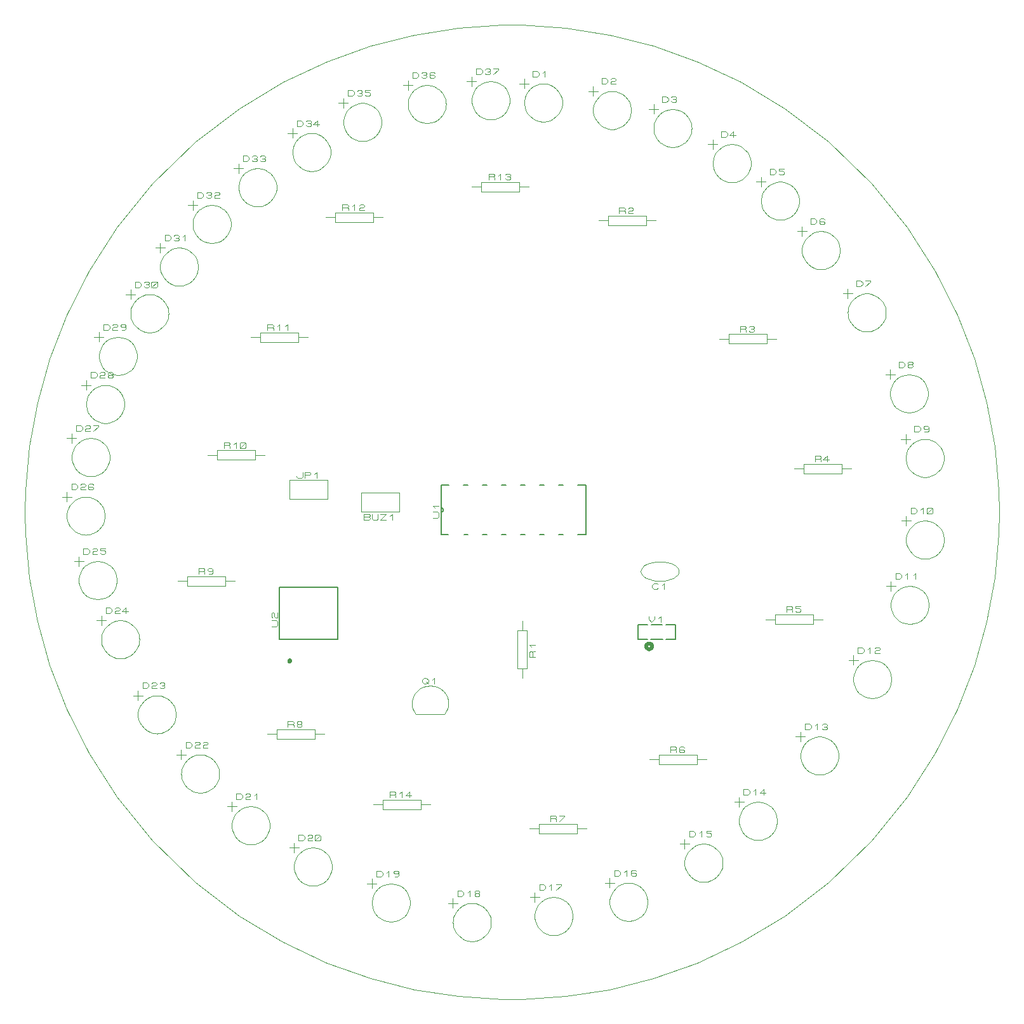
<source format=gbr>
G04 PROTEUS GERBER X2 FILE*
%TF.GenerationSoftware,Labcenter,Proteus,8.17-SP2-Build37159*%
%TF.CreationDate,2024-06-19T13:44:36+00:00*%
%TF.FileFunction,Legend,Top*%
%TF.FilePolarity,Positive*%
%TF.Part,Single*%
%TF.SameCoordinates,{1d89ed81-d2fc-43df-ac84-501309ecc539}*%
%FSLAX45Y45*%
%MOMM*%
G01*
%TA.AperFunction,Profile*%
%ADD71C,0.101600*%
%TA.AperFunction,Material*%
%ADD21C,0.152400*%
%ADD22C,0.101600*%
%ADD23C,0.127000*%
%ADD24C,0.300000*%
%ADD25C,0.508000*%
%TD.AperFunction*%
D71*
X+6517204Y-40000D02*
X+6510628Y+252247D01*
X+6457778Y+836742D01*
X+6350754Y+1421237D01*
X+6186737Y+2005732D01*
X+5961007Y+2590227D01*
X+5666169Y+3174722D01*
X+5290637Y+3759217D01*
X+4815490Y+4343712D01*
X+4240227Y+4899974D01*
X+3655732Y+5344711D01*
X+3071237Y+5696167D01*
X+2486742Y+5970727D01*
X+1902247Y+6178586D01*
X+1317752Y+6326278D01*
X+733257Y+6417935D01*
X+148762Y+6455928D01*
X+20000Y+6457204D01*
X-6477204Y-40000D02*
X-6470628Y+252247D01*
X-6417778Y+836742D01*
X-6310754Y+1421237D01*
X-6146737Y+2005732D01*
X-5921007Y+2590227D01*
X-5626169Y+3174722D01*
X-5250637Y+3759217D01*
X-4775490Y+4343712D01*
X-4200227Y+4899974D01*
X-3615732Y+5344711D01*
X-3031237Y+5696167D01*
X-2446742Y+5970727D01*
X-1862247Y+6178586D01*
X-1277752Y+6326278D01*
X-693257Y+6417935D01*
X-108762Y+6455928D01*
X+20000Y+6457204D01*
X-6477204Y-40000D02*
X-6470628Y-332247D01*
X-6417778Y-916742D01*
X-6310754Y-1501237D01*
X-6146737Y-2085732D01*
X-5921007Y-2670227D01*
X-5626169Y-3254722D01*
X-5250637Y-3839217D01*
X-4775490Y-4423712D01*
X-4200227Y-4979974D01*
X-3615732Y-5424711D01*
X-3031237Y-5776167D01*
X-2446742Y-6050727D01*
X-1862247Y-6258586D01*
X-1277752Y-6406278D01*
X-693257Y-6497935D01*
X-108762Y-6535928D01*
X+20000Y-6537204D01*
X+6517204Y-40000D02*
X+6510628Y-332247D01*
X+6457778Y-916742D01*
X+6350754Y-1501237D01*
X+6186737Y-2085732D01*
X+5961007Y-2670227D01*
X+5666169Y-3254722D01*
X+5290637Y-3839217D01*
X+4815490Y-4423712D01*
X+4240227Y-4979974D01*
X+3655732Y-5424711D01*
X+3071237Y-5776167D01*
X+2486742Y-6050727D01*
X+1902247Y-6258586D01*
X+1317752Y-6406278D01*
X+733257Y-6497935D01*
X+148762Y-6535928D01*
X+20000Y-6537204D01*
D21*
X-820520Y+319200D02*
X-927200Y+319200D01*
X-566520Y+319200D02*
X-627480Y+319200D01*
X-312520Y+319200D02*
X-373480Y+319200D01*
X-58520Y+319200D02*
X-119480Y+319200D01*
X+195480Y+319200D02*
X+134520Y+319200D01*
X+1003200Y-341200D02*
X+1003200Y+319200D01*
X+896520Y+319200D01*
X-927200Y+319200D02*
X-927200Y+19480D01*
X-927200Y-41480D01*
X-927200Y-341200D01*
X-833220Y-341200D01*
X-614780Y-341200D02*
X-566520Y-341200D01*
X-373480Y-341200D02*
X-312520Y-341200D01*
X-119480Y-341200D02*
X-58520Y-341200D01*
X+134520Y-341200D02*
X+195480Y-341200D01*
X+388520Y-341200D02*
X+449480Y-341200D01*
X+642520Y-341200D02*
X+703480Y-341200D01*
X+896520Y-341200D02*
X+1003200Y-341200D01*
X+703480Y+319200D02*
X+642520Y+319200D01*
X+449480Y+319200D02*
X+388520Y+319200D01*
X-927200Y+19480D02*
X-915336Y+17084D01*
X-905648Y+10552D01*
X-899116Y+864D01*
X-896720Y-11000D01*
X-899116Y-22863D01*
X-905648Y-32552D01*
X-915336Y-39084D01*
X-927200Y-41480D01*
D22*
X-1036420Y-117680D02*
X-972920Y-117680D01*
X-960220Y-104345D01*
X-960220Y-51005D01*
X-972920Y-37670D01*
X-1036420Y-37670D01*
X-1011020Y+15670D02*
X-1036420Y+42340D01*
X-960220Y+42340D01*
D23*
X-3080000Y-1740012D02*
X-3080000Y-1039988D01*
X-2300000Y-1039988D01*
X-2300000Y-1740012D01*
X-3080000Y-1740012D01*
D24*
X-2929000Y-2025000D02*
X-2929052Y-2023753D01*
X-2929474Y-2021258D01*
X-2930358Y-2018763D01*
X-2931804Y-2016268D01*
X-2934014Y-2013807D01*
X-2936509Y-2012004D01*
X-2939004Y-2010856D01*
X-2941499Y-2010210D01*
X-2943994Y-2010000D01*
X-2944000Y-2010000D01*
X-2959000Y-2025000D02*
X-2958948Y-2023753D01*
X-2958526Y-2021258D01*
X-2957642Y-2018763D01*
X-2956196Y-2016268D01*
X-2953986Y-2013807D01*
X-2951491Y-2012004D01*
X-2948996Y-2010856D01*
X-2946501Y-2010210D01*
X-2944006Y-2010000D01*
X-2944000Y-2010000D01*
X-2959000Y-2025000D02*
X-2958948Y-2026247D01*
X-2958526Y-2028742D01*
X-2957642Y-2031237D01*
X-2956196Y-2033732D01*
X-2953986Y-2036193D01*
X-2951491Y-2037996D01*
X-2948996Y-2039144D01*
X-2946501Y-2039790D01*
X-2944006Y-2040000D01*
X-2944000Y-2040000D01*
X-2929000Y-2025000D02*
X-2929052Y-2026247D01*
X-2929474Y-2028742D01*
X-2930358Y-2031237D01*
X-2931804Y-2033732D01*
X-2934014Y-2036193D01*
X-2936509Y-2037996D01*
X-2939004Y-2039144D01*
X-2941499Y-2039790D01*
X-2943994Y-2040000D01*
X-2944000Y-2040000D01*
D22*
X-3187950Y-1565430D02*
X-3124450Y-1565430D01*
X-3111750Y-1552095D01*
X-3111750Y-1498755D01*
X-3124450Y-1485420D01*
X-3187950Y-1485420D01*
X-3175250Y-1445415D02*
X-3187950Y-1432080D01*
X-3187950Y-1392075D01*
X-3175250Y-1378740D01*
X-3162550Y-1378740D01*
X-3149850Y-1392075D01*
X-3149850Y-1432080D01*
X-3137150Y-1445415D01*
X-3111750Y-1445415D01*
X-3111750Y-1378740D01*
X-1993000Y-37000D02*
X-1485000Y-37000D01*
X-1485000Y+217000D01*
X-1993000Y+217000D01*
X-1993000Y-37000D01*
X-1952360Y-143680D02*
X-1952360Y-67480D01*
X-1885685Y-67480D01*
X-1872350Y-80180D01*
X-1872350Y-92880D01*
X-1885685Y-105580D01*
X-1872350Y-118280D01*
X-1872350Y-130980D01*
X-1885685Y-143680D01*
X-1952360Y-143680D01*
X-1952360Y-105580D02*
X-1885685Y-105580D01*
X-1845680Y-67480D02*
X-1845680Y-130980D01*
X-1832345Y-143680D01*
X-1779005Y-143680D01*
X-1765670Y-130980D01*
X-1765670Y-67480D01*
X-1739000Y-67480D02*
X-1658990Y-67480D01*
X-1739000Y-143680D01*
X-1658990Y-143680D01*
X-1605650Y-92880D02*
X-1578980Y-67480D01*
X-1578980Y-143680D01*
X-2947000Y+133000D02*
X-2439000Y+133000D01*
X-2439000Y+387000D01*
X-2947000Y+387000D01*
X-2947000Y+133000D01*
X-2853020Y+442880D02*
X-2853020Y+430180D01*
X-2839685Y+417480D01*
X-2786345Y+417480D01*
X-2773010Y+430180D01*
X-2773010Y+493680D01*
X-2746340Y+417480D02*
X-2746340Y+493680D01*
X-2679665Y+493680D01*
X-2666330Y+480980D01*
X-2666330Y+468280D01*
X-2679665Y+455580D01*
X-2746340Y+455580D01*
X-2612990Y+468280D02*
X-2586320Y+493680D01*
X-2586320Y+417480D01*
X+691000Y+5420000D02*
X+690173Y+5440483D01*
X+683455Y+5481450D01*
X+669437Y+5522417D01*
X+646659Y+5563384D01*
X+611859Y+5604229D01*
X+570892Y+5635845D01*
X+529925Y+5656392D01*
X+488958Y+5668629D01*
X+447991Y+5673762D01*
X+437000Y+5674000D01*
X+183000Y+5420000D02*
X+183827Y+5440483D01*
X+190545Y+5481450D01*
X+204563Y+5522417D01*
X+227341Y+5563384D01*
X+262141Y+5604229D01*
X+303108Y+5635845D01*
X+344075Y+5656392D01*
X+385042Y+5668629D01*
X+426009Y+5673762D01*
X+437000Y+5674000D01*
X+183000Y+5420000D02*
X+183827Y+5399517D01*
X+190545Y+5358550D01*
X+204563Y+5317583D01*
X+227341Y+5276616D01*
X+262141Y+5235771D01*
X+303108Y+5204155D01*
X+344075Y+5183608D01*
X+385042Y+5171371D01*
X+426009Y+5166238D01*
X+437000Y+5166000D01*
X+691000Y+5420000D02*
X+690173Y+5399517D01*
X+683455Y+5358550D01*
X+669437Y+5317583D01*
X+646659Y+5276616D01*
X+611859Y+5235771D01*
X+570892Y+5204155D01*
X+529925Y+5183608D01*
X+488958Y+5171371D01*
X+447991Y+5166238D01*
X+437000Y+5166000D01*
X+119500Y+5674000D02*
X+246500Y+5674000D01*
X+183000Y+5737500D02*
X+183000Y+5610500D01*
X+298570Y+5767980D02*
X+298570Y+5844180D01*
X+351910Y+5844180D01*
X+378580Y+5818780D01*
X+378580Y+5793380D01*
X+351910Y+5767980D01*
X+298570Y+5767980D01*
X+431920Y+5818780D02*
X+458590Y+5844180D01*
X+458590Y+5767980D01*
X+1611000Y+5320000D02*
X+1610173Y+5340483D01*
X+1603455Y+5381450D01*
X+1589437Y+5422417D01*
X+1566659Y+5463384D01*
X+1531859Y+5504229D01*
X+1490892Y+5535845D01*
X+1449925Y+5556392D01*
X+1408958Y+5568629D01*
X+1367991Y+5573762D01*
X+1357000Y+5574000D01*
X+1103000Y+5320000D02*
X+1103827Y+5340483D01*
X+1110545Y+5381450D01*
X+1124563Y+5422417D01*
X+1147341Y+5463384D01*
X+1182141Y+5504229D01*
X+1223108Y+5535845D01*
X+1264075Y+5556392D01*
X+1305042Y+5568629D01*
X+1346009Y+5573762D01*
X+1357000Y+5574000D01*
X+1103000Y+5320000D02*
X+1103827Y+5299517D01*
X+1110545Y+5258550D01*
X+1124563Y+5217583D01*
X+1147341Y+5176616D01*
X+1182141Y+5135771D01*
X+1223108Y+5104155D01*
X+1264075Y+5083608D01*
X+1305042Y+5071371D01*
X+1346009Y+5066238D01*
X+1357000Y+5066000D01*
X+1611000Y+5320000D02*
X+1610173Y+5299517D01*
X+1603455Y+5258550D01*
X+1589437Y+5217583D01*
X+1566659Y+5176616D01*
X+1531859Y+5135771D01*
X+1490892Y+5104155D01*
X+1449925Y+5083608D01*
X+1408958Y+5071371D01*
X+1367991Y+5066238D01*
X+1357000Y+5066000D01*
X+1039500Y+5574000D02*
X+1166500Y+5574000D01*
X+1103000Y+5637500D02*
X+1103000Y+5510500D01*
X+1218570Y+5667980D02*
X+1218570Y+5744180D01*
X+1271910Y+5744180D01*
X+1298580Y+5718780D01*
X+1298580Y+5693380D01*
X+1271910Y+5667980D01*
X+1218570Y+5667980D01*
X+1338585Y+5731480D02*
X+1351920Y+5744180D01*
X+1391925Y+5744180D01*
X+1405260Y+5731480D01*
X+1405260Y+5718780D01*
X+1391925Y+5706080D01*
X+1351920Y+5706080D01*
X+1338585Y+5693380D01*
X+1338585Y+5667980D01*
X+1405260Y+5667980D01*
X+2417000Y+5080000D02*
X+2416173Y+5100483D01*
X+2409455Y+5141450D01*
X+2395437Y+5182417D01*
X+2372659Y+5223384D01*
X+2337859Y+5264229D01*
X+2296892Y+5295845D01*
X+2255925Y+5316392D01*
X+2214958Y+5328629D01*
X+2173991Y+5333762D01*
X+2163000Y+5334000D01*
X+1909000Y+5080000D02*
X+1909827Y+5100483D01*
X+1916545Y+5141450D01*
X+1930563Y+5182417D01*
X+1953341Y+5223384D01*
X+1988141Y+5264229D01*
X+2029108Y+5295845D01*
X+2070075Y+5316392D01*
X+2111042Y+5328629D01*
X+2152009Y+5333762D01*
X+2163000Y+5334000D01*
X+1909000Y+5080000D02*
X+1909827Y+5059517D01*
X+1916545Y+5018550D01*
X+1930563Y+4977583D01*
X+1953341Y+4936616D01*
X+1988141Y+4895771D01*
X+2029108Y+4864155D01*
X+2070075Y+4843608D01*
X+2111042Y+4831371D01*
X+2152009Y+4826238D01*
X+2163000Y+4826000D01*
X+2417000Y+5080000D02*
X+2416173Y+5059517D01*
X+2409455Y+5018550D01*
X+2395437Y+4977583D01*
X+2372659Y+4936616D01*
X+2337859Y+4895771D01*
X+2296892Y+4864155D01*
X+2255925Y+4843608D01*
X+2214958Y+4831371D01*
X+2173991Y+4826238D01*
X+2163000Y+4826000D01*
X+1845500Y+5334000D02*
X+1972500Y+5334000D01*
X+1909000Y+5397500D02*
X+1909000Y+5270500D01*
X+2024570Y+5427980D02*
X+2024570Y+5504180D01*
X+2077910Y+5504180D01*
X+2104580Y+5478780D01*
X+2104580Y+5453380D01*
X+2077910Y+5427980D01*
X+2024570Y+5427980D01*
X+2144585Y+5491480D02*
X+2157920Y+5504180D01*
X+2197925Y+5504180D01*
X+2211260Y+5491480D01*
X+2211260Y+5478780D01*
X+2197925Y+5466080D01*
X+2211260Y+5453380D01*
X+2211260Y+5440680D01*
X+2197925Y+5427980D01*
X+2157920Y+5427980D01*
X+2144585Y+5440680D01*
X+2171255Y+5466080D02*
X+2197925Y+5466080D01*
X+3207000Y+4610000D02*
X+3206173Y+4630483D01*
X+3199455Y+4671450D01*
X+3185437Y+4712417D01*
X+3162659Y+4753384D01*
X+3127859Y+4794229D01*
X+3086892Y+4825845D01*
X+3045925Y+4846392D01*
X+3004958Y+4858629D01*
X+2963991Y+4863762D01*
X+2953000Y+4864000D01*
X+2699000Y+4610000D02*
X+2699827Y+4630483D01*
X+2706545Y+4671450D01*
X+2720563Y+4712417D01*
X+2743341Y+4753384D01*
X+2778141Y+4794229D01*
X+2819108Y+4825845D01*
X+2860075Y+4846392D01*
X+2901042Y+4858629D01*
X+2942009Y+4863762D01*
X+2953000Y+4864000D01*
X+2699000Y+4610000D02*
X+2699827Y+4589517D01*
X+2706545Y+4548550D01*
X+2720563Y+4507583D01*
X+2743341Y+4466616D01*
X+2778141Y+4425771D01*
X+2819108Y+4394155D01*
X+2860075Y+4373608D01*
X+2901042Y+4361371D01*
X+2942009Y+4356238D01*
X+2953000Y+4356000D01*
X+3207000Y+4610000D02*
X+3206173Y+4589517D01*
X+3199455Y+4548550D01*
X+3185437Y+4507583D01*
X+3162659Y+4466616D01*
X+3127859Y+4425771D01*
X+3086892Y+4394155D01*
X+3045925Y+4373608D01*
X+3004958Y+4361371D01*
X+2963991Y+4356238D01*
X+2953000Y+4356000D01*
X+2635500Y+4864000D02*
X+2762500Y+4864000D01*
X+2699000Y+4927500D02*
X+2699000Y+4800500D01*
X+2814570Y+4957980D02*
X+2814570Y+5034180D01*
X+2867910Y+5034180D01*
X+2894580Y+5008780D01*
X+2894580Y+4983380D01*
X+2867910Y+4957980D01*
X+2814570Y+4957980D01*
X+3001260Y+4983380D02*
X+2921250Y+4983380D01*
X+2974590Y+5034180D01*
X+2974590Y+4957980D01*
X+3851000Y+4110000D02*
X+3850173Y+4130483D01*
X+3843455Y+4171450D01*
X+3829437Y+4212417D01*
X+3806659Y+4253384D01*
X+3771859Y+4294229D01*
X+3730892Y+4325845D01*
X+3689925Y+4346392D01*
X+3648958Y+4358629D01*
X+3607991Y+4363762D01*
X+3597000Y+4364000D01*
X+3343000Y+4110000D02*
X+3343827Y+4130483D01*
X+3350545Y+4171450D01*
X+3364563Y+4212417D01*
X+3387341Y+4253384D01*
X+3422141Y+4294229D01*
X+3463108Y+4325845D01*
X+3504075Y+4346392D01*
X+3545042Y+4358629D01*
X+3586009Y+4363762D01*
X+3597000Y+4364000D01*
X+3343000Y+4110000D02*
X+3343827Y+4089517D01*
X+3350545Y+4048550D01*
X+3364563Y+4007583D01*
X+3387341Y+3966616D01*
X+3422141Y+3925771D01*
X+3463108Y+3894155D01*
X+3504075Y+3873608D01*
X+3545042Y+3861371D01*
X+3586009Y+3856238D01*
X+3597000Y+3856000D01*
X+3851000Y+4110000D02*
X+3850173Y+4089517D01*
X+3843455Y+4048550D01*
X+3829437Y+4007583D01*
X+3806659Y+3966616D01*
X+3771859Y+3925771D01*
X+3730892Y+3894155D01*
X+3689925Y+3873608D01*
X+3648958Y+3861371D01*
X+3607991Y+3856238D01*
X+3597000Y+3856000D01*
X+3279500Y+4364000D02*
X+3406500Y+4364000D01*
X+3343000Y+4427500D02*
X+3343000Y+4300500D01*
X+3458570Y+4457980D02*
X+3458570Y+4534180D01*
X+3511910Y+4534180D01*
X+3538580Y+4508780D01*
X+3538580Y+4483380D01*
X+3511910Y+4457980D01*
X+3458570Y+4457980D01*
X+3645260Y+4534180D02*
X+3578585Y+4534180D01*
X+3578585Y+4508780D01*
X+3631925Y+4508780D01*
X+3645260Y+4496080D01*
X+3645260Y+4470680D01*
X+3631925Y+4457980D01*
X+3591920Y+4457980D01*
X+3578585Y+4470680D01*
X+4397000Y+3450000D02*
X+4396173Y+3470483D01*
X+4389455Y+3511450D01*
X+4375437Y+3552417D01*
X+4352659Y+3593384D01*
X+4317859Y+3634229D01*
X+4276892Y+3665845D01*
X+4235925Y+3686392D01*
X+4194958Y+3698629D01*
X+4153991Y+3703762D01*
X+4143000Y+3704000D01*
X+3889000Y+3450000D02*
X+3889827Y+3470483D01*
X+3896545Y+3511450D01*
X+3910563Y+3552417D01*
X+3933341Y+3593384D01*
X+3968141Y+3634229D01*
X+4009108Y+3665845D01*
X+4050075Y+3686392D01*
X+4091042Y+3698629D01*
X+4132009Y+3703762D01*
X+4143000Y+3704000D01*
X+3889000Y+3450000D02*
X+3889827Y+3429517D01*
X+3896545Y+3388550D01*
X+3910563Y+3347583D01*
X+3933341Y+3306616D01*
X+3968141Y+3265771D01*
X+4009108Y+3234155D01*
X+4050075Y+3213608D01*
X+4091042Y+3201371D01*
X+4132009Y+3196238D01*
X+4143000Y+3196000D01*
X+4397000Y+3450000D02*
X+4396173Y+3429517D01*
X+4389455Y+3388550D01*
X+4375437Y+3347583D01*
X+4352659Y+3306616D01*
X+4317859Y+3265771D01*
X+4276892Y+3234155D01*
X+4235925Y+3213608D01*
X+4194958Y+3201371D01*
X+4153991Y+3196238D01*
X+4143000Y+3196000D01*
X+3825500Y+3704000D02*
X+3952500Y+3704000D01*
X+3889000Y+3767500D02*
X+3889000Y+3640500D01*
X+4004570Y+3797980D02*
X+4004570Y+3874180D01*
X+4057910Y+3874180D01*
X+4084580Y+3848780D01*
X+4084580Y+3823380D01*
X+4057910Y+3797980D01*
X+4004570Y+3797980D01*
X+4191260Y+3861480D02*
X+4177925Y+3874180D01*
X+4137920Y+3874180D01*
X+4124585Y+3861480D01*
X+4124585Y+3810680D01*
X+4137920Y+3797980D01*
X+4177925Y+3797980D01*
X+4191260Y+3810680D01*
X+4191260Y+3823380D01*
X+4177925Y+3836080D01*
X+4124585Y+3836080D01*
X+5007000Y+2620000D02*
X+5006173Y+2640483D01*
X+4999455Y+2681450D01*
X+4985437Y+2722417D01*
X+4962659Y+2763384D01*
X+4927859Y+2804229D01*
X+4886892Y+2835845D01*
X+4845925Y+2856392D01*
X+4804958Y+2868629D01*
X+4763991Y+2873762D01*
X+4753000Y+2874000D01*
X+4499000Y+2620000D02*
X+4499827Y+2640483D01*
X+4506545Y+2681450D01*
X+4520563Y+2722417D01*
X+4543341Y+2763384D01*
X+4578141Y+2804229D01*
X+4619108Y+2835845D01*
X+4660075Y+2856392D01*
X+4701042Y+2868629D01*
X+4742009Y+2873762D01*
X+4753000Y+2874000D01*
X+4499000Y+2620000D02*
X+4499827Y+2599517D01*
X+4506545Y+2558550D01*
X+4520563Y+2517583D01*
X+4543341Y+2476616D01*
X+4578141Y+2435771D01*
X+4619108Y+2404155D01*
X+4660075Y+2383608D01*
X+4701042Y+2371371D01*
X+4742009Y+2366238D01*
X+4753000Y+2366000D01*
X+5007000Y+2620000D02*
X+5006173Y+2599517D01*
X+4999455Y+2558550D01*
X+4985437Y+2517583D01*
X+4962659Y+2476616D01*
X+4927859Y+2435771D01*
X+4886892Y+2404155D01*
X+4845925Y+2383608D01*
X+4804958Y+2371371D01*
X+4763991Y+2366238D01*
X+4753000Y+2366000D01*
X+4435500Y+2874000D02*
X+4562500Y+2874000D01*
X+4499000Y+2937500D02*
X+4499000Y+2810500D01*
X+4614570Y+2967980D02*
X+4614570Y+3044180D01*
X+4667910Y+3044180D01*
X+4694580Y+3018780D01*
X+4694580Y+2993380D01*
X+4667910Y+2967980D01*
X+4614570Y+2967980D01*
X+4734585Y+3044180D02*
X+4801260Y+3044180D01*
X+4801260Y+3031480D01*
X+4734585Y+2967980D01*
X+5571000Y+1540000D02*
X+5570173Y+1560483D01*
X+5563455Y+1601450D01*
X+5549437Y+1642417D01*
X+5526659Y+1683384D01*
X+5491859Y+1724229D01*
X+5450892Y+1755845D01*
X+5409925Y+1776392D01*
X+5368958Y+1788629D01*
X+5327991Y+1793762D01*
X+5317000Y+1794000D01*
X+5063000Y+1540000D02*
X+5063827Y+1560483D01*
X+5070545Y+1601450D01*
X+5084563Y+1642417D01*
X+5107341Y+1683384D01*
X+5142141Y+1724229D01*
X+5183108Y+1755845D01*
X+5224075Y+1776392D01*
X+5265042Y+1788629D01*
X+5306009Y+1793762D01*
X+5317000Y+1794000D01*
X+5063000Y+1540000D02*
X+5063827Y+1519517D01*
X+5070545Y+1478550D01*
X+5084563Y+1437583D01*
X+5107341Y+1396616D01*
X+5142141Y+1355771D01*
X+5183108Y+1324155D01*
X+5224075Y+1303608D01*
X+5265042Y+1291371D01*
X+5306009Y+1286238D01*
X+5317000Y+1286000D01*
X+5571000Y+1540000D02*
X+5570173Y+1519517D01*
X+5563455Y+1478550D01*
X+5549437Y+1437583D01*
X+5526659Y+1396616D01*
X+5491859Y+1355771D01*
X+5450892Y+1324155D01*
X+5409925Y+1303608D01*
X+5368958Y+1291371D01*
X+5327991Y+1286238D01*
X+5317000Y+1286000D01*
X+4999500Y+1794000D02*
X+5126500Y+1794000D01*
X+5063000Y+1857500D02*
X+5063000Y+1730500D01*
X+5178570Y+1887980D02*
X+5178570Y+1964180D01*
X+5231910Y+1964180D01*
X+5258580Y+1938780D01*
X+5258580Y+1913380D01*
X+5231910Y+1887980D01*
X+5178570Y+1887980D01*
X+5311920Y+1926080D02*
X+5298585Y+1938780D01*
X+5298585Y+1951480D01*
X+5311920Y+1964180D01*
X+5351925Y+1964180D01*
X+5365260Y+1951480D01*
X+5365260Y+1938780D01*
X+5351925Y+1926080D01*
X+5311920Y+1926080D01*
X+5298585Y+1913380D01*
X+5298585Y+1900680D01*
X+5311920Y+1887980D01*
X+5351925Y+1887980D01*
X+5365260Y+1900680D01*
X+5365260Y+1913380D01*
X+5351925Y+1926080D01*
X+5781000Y+680000D02*
X+5780173Y+700483D01*
X+5773455Y+741450D01*
X+5759437Y+782417D01*
X+5736659Y+823384D01*
X+5701859Y+864229D01*
X+5660892Y+895845D01*
X+5619925Y+916392D01*
X+5578958Y+928629D01*
X+5537991Y+933762D01*
X+5527000Y+934000D01*
X+5273000Y+680000D02*
X+5273827Y+700483D01*
X+5280545Y+741450D01*
X+5294563Y+782417D01*
X+5317341Y+823384D01*
X+5352141Y+864229D01*
X+5393108Y+895845D01*
X+5434075Y+916392D01*
X+5475042Y+928629D01*
X+5516009Y+933762D01*
X+5527000Y+934000D01*
X+5273000Y+680000D02*
X+5273827Y+659517D01*
X+5280545Y+618550D01*
X+5294563Y+577583D01*
X+5317341Y+536616D01*
X+5352141Y+495771D01*
X+5393108Y+464155D01*
X+5434075Y+443608D01*
X+5475042Y+431371D01*
X+5516009Y+426238D01*
X+5527000Y+426000D01*
X+5781000Y+680000D02*
X+5780173Y+659517D01*
X+5773455Y+618550D01*
X+5759437Y+577583D01*
X+5736659Y+536616D01*
X+5701859Y+495771D01*
X+5660892Y+464155D01*
X+5619925Y+443608D01*
X+5578958Y+431371D01*
X+5537991Y+426238D01*
X+5527000Y+426000D01*
X+5209500Y+934000D02*
X+5336500Y+934000D01*
X+5273000Y+997500D02*
X+5273000Y+870500D01*
X+5388570Y+1027980D02*
X+5388570Y+1104180D01*
X+5441910Y+1104180D01*
X+5468580Y+1078780D01*
X+5468580Y+1053380D01*
X+5441910Y+1027980D01*
X+5388570Y+1027980D01*
X+5575260Y+1078780D02*
X+5561925Y+1066080D01*
X+5521920Y+1066080D01*
X+5508585Y+1078780D01*
X+5508585Y+1091480D01*
X+5521920Y+1104180D01*
X+5561925Y+1104180D01*
X+5575260Y+1091480D01*
X+5575260Y+1040680D01*
X+5561925Y+1027980D01*
X+5521920Y+1027980D01*
X+5785000Y-410000D02*
X+5784173Y-389517D01*
X+5777455Y-348550D01*
X+5763437Y-307583D01*
X+5740659Y-266616D01*
X+5705859Y-225771D01*
X+5664892Y-194155D01*
X+5623925Y-173608D01*
X+5582958Y-161371D01*
X+5541991Y-156238D01*
X+5531000Y-156000D01*
X+5277000Y-410000D02*
X+5277827Y-389517D01*
X+5284545Y-348550D01*
X+5298563Y-307583D01*
X+5321341Y-266616D01*
X+5356141Y-225771D01*
X+5397108Y-194155D01*
X+5438075Y-173608D01*
X+5479042Y-161371D01*
X+5520009Y-156238D01*
X+5531000Y-156000D01*
X+5277000Y-410000D02*
X+5277827Y-430483D01*
X+5284545Y-471450D01*
X+5298563Y-512417D01*
X+5321341Y-553384D01*
X+5356141Y-594229D01*
X+5397108Y-625845D01*
X+5438075Y-646392D01*
X+5479042Y-658629D01*
X+5520009Y-663762D01*
X+5531000Y-664000D01*
X+5785000Y-410000D02*
X+5784173Y-430483D01*
X+5777455Y-471450D01*
X+5763437Y-512417D01*
X+5740659Y-553384D01*
X+5705859Y-594229D01*
X+5664892Y-625845D01*
X+5623925Y-646392D01*
X+5582958Y-658629D01*
X+5541991Y-663762D01*
X+5531000Y-664000D01*
X+5213500Y-156000D02*
X+5340500Y-156000D01*
X+5277000Y-92500D02*
X+5277000Y-219500D01*
X+5339230Y-62020D02*
X+5339230Y+14180D01*
X+5392570Y+14180D01*
X+5419240Y-11220D01*
X+5419240Y-36620D01*
X+5392570Y-62020D01*
X+5339230Y-62020D01*
X+5472580Y-11220D02*
X+5499250Y+14180D01*
X+5499250Y-62020D01*
X+5552590Y-49320D02*
X+5552590Y+1480D01*
X+5565925Y+14180D01*
X+5619265Y+14180D01*
X+5632600Y+1480D01*
X+5632600Y-49320D01*
X+5619265Y-62020D01*
X+5565925Y-62020D01*
X+5552590Y-49320D01*
X+5552590Y-62020D02*
X+5632600Y+14180D01*
X+5581000Y-1280000D02*
X+5580173Y-1259517D01*
X+5573455Y-1218550D01*
X+5559437Y-1177583D01*
X+5536659Y-1136616D01*
X+5501859Y-1095771D01*
X+5460892Y-1064155D01*
X+5419925Y-1043608D01*
X+5378958Y-1031371D01*
X+5337991Y-1026238D01*
X+5327000Y-1026000D01*
X+5073000Y-1280000D02*
X+5073827Y-1259517D01*
X+5080545Y-1218550D01*
X+5094563Y-1177583D01*
X+5117341Y-1136616D01*
X+5152141Y-1095771D01*
X+5193108Y-1064155D01*
X+5234075Y-1043608D01*
X+5275042Y-1031371D01*
X+5316009Y-1026238D01*
X+5327000Y-1026000D01*
X+5073000Y-1280000D02*
X+5073827Y-1300483D01*
X+5080545Y-1341450D01*
X+5094563Y-1382417D01*
X+5117341Y-1423384D01*
X+5152141Y-1464229D01*
X+5193108Y-1495845D01*
X+5234075Y-1516392D01*
X+5275042Y-1528629D01*
X+5316009Y-1533762D01*
X+5327000Y-1534000D01*
X+5581000Y-1280000D02*
X+5580173Y-1300483D01*
X+5573455Y-1341450D01*
X+5559437Y-1382417D01*
X+5536659Y-1423384D01*
X+5501859Y-1464229D01*
X+5460892Y-1495845D01*
X+5419925Y-1516392D01*
X+5378958Y-1528629D01*
X+5337991Y-1533762D01*
X+5327000Y-1534000D01*
X+5009500Y-1026000D02*
X+5136500Y-1026000D01*
X+5073000Y-962500D02*
X+5073000Y-1089500D01*
X+5135230Y-932020D02*
X+5135230Y-855820D01*
X+5188570Y-855820D01*
X+5215240Y-881220D01*
X+5215240Y-906620D01*
X+5188570Y-932020D01*
X+5135230Y-932020D01*
X+5268580Y-881220D02*
X+5295250Y-855820D01*
X+5295250Y-932020D01*
X+5375260Y-881220D02*
X+5401930Y-855820D01*
X+5401930Y-932020D01*
X+5081000Y-2270000D02*
X+5080173Y-2249517D01*
X+5073455Y-2208550D01*
X+5059437Y-2167583D01*
X+5036659Y-2126616D01*
X+5001859Y-2085771D01*
X+4960892Y-2054155D01*
X+4919925Y-2033608D01*
X+4878958Y-2021371D01*
X+4837991Y-2016238D01*
X+4827000Y-2016000D01*
X+4573000Y-2270000D02*
X+4573827Y-2249517D01*
X+4580545Y-2208550D01*
X+4594563Y-2167583D01*
X+4617341Y-2126616D01*
X+4652141Y-2085771D01*
X+4693108Y-2054155D01*
X+4734075Y-2033608D01*
X+4775042Y-2021371D01*
X+4816009Y-2016238D01*
X+4827000Y-2016000D01*
X+4573000Y-2270000D02*
X+4573827Y-2290483D01*
X+4580545Y-2331450D01*
X+4594563Y-2372417D01*
X+4617341Y-2413384D01*
X+4652141Y-2454229D01*
X+4693108Y-2485845D01*
X+4734075Y-2506392D01*
X+4775042Y-2518629D01*
X+4816009Y-2523762D01*
X+4827000Y-2524000D01*
X+5081000Y-2270000D02*
X+5080173Y-2290483D01*
X+5073455Y-2331450D01*
X+5059437Y-2372417D01*
X+5036659Y-2413384D01*
X+5001859Y-2454229D01*
X+4960892Y-2485845D01*
X+4919925Y-2506392D01*
X+4878958Y-2518629D01*
X+4837991Y-2523762D01*
X+4827000Y-2524000D01*
X+4509500Y-2016000D02*
X+4636500Y-2016000D01*
X+4573000Y-1952500D02*
X+4573000Y-2079500D01*
X+4635230Y-1922020D02*
X+4635230Y-1845820D01*
X+4688570Y-1845820D01*
X+4715240Y-1871220D01*
X+4715240Y-1896620D01*
X+4688570Y-1922020D01*
X+4635230Y-1922020D01*
X+4768580Y-1871220D02*
X+4795250Y-1845820D01*
X+4795250Y-1922020D01*
X+4861925Y-1858520D02*
X+4875260Y-1845820D01*
X+4915265Y-1845820D01*
X+4928600Y-1858520D01*
X+4928600Y-1871220D01*
X+4915265Y-1883920D01*
X+4875260Y-1883920D01*
X+4861925Y-1896620D01*
X+4861925Y-1922020D01*
X+4928600Y-1922020D01*
X+4377000Y-3290000D02*
X+4376173Y-3269517D01*
X+4369455Y-3228550D01*
X+4355437Y-3187583D01*
X+4332659Y-3146616D01*
X+4297859Y-3105771D01*
X+4256892Y-3074155D01*
X+4215925Y-3053608D01*
X+4174958Y-3041371D01*
X+4133991Y-3036238D01*
X+4123000Y-3036000D01*
X+3869000Y-3290000D02*
X+3869827Y-3269517D01*
X+3876545Y-3228550D01*
X+3890563Y-3187583D01*
X+3913341Y-3146616D01*
X+3948141Y-3105771D01*
X+3989108Y-3074155D01*
X+4030075Y-3053608D01*
X+4071042Y-3041371D01*
X+4112009Y-3036238D01*
X+4123000Y-3036000D01*
X+3869000Y-3290000D02*
X+3869827Y-3310483D01*
X+3876545Y-3351450D01*
X+3890563Y-3392417D01*
X+3913341Y-3433384D01*
X+3948141Y-3474229D01*
X+3989108Y-3505845D01*
X+4030075Y-3526392D01*
X+4071042Y-3538629D01*
X+4112009Y-3543762D01*
X+4123000Y-3544000D01*
X+4377000Y-3290000D02*
X+4376173Y-3310483D01*
X+4369455Y-3351450D01*
X+4355437Y-3392417D01*
X+4332659Y-3433384D01*
X+4297859Y-3474229D01*
X+4256892Y-3505845D01*
X+4215925Y-3526392D01*
X+4174958Y-3538629D01*
X+4133991Y-3543762D01*
X+4123000Y-3544000D01*
X+3805500Y-3036000D02*
X+3932500Y-3036000D01*
X+3869000Y-2972500D02*
X+3869000Y-3099500D01*
X+3931230Y-2942020D02*
X+3931230Y-2865820D01*
X+3984570Y-2865820D01*
X+4011240Y-2891220D01*
X+4011240Y-2916620D01*
X+3984570Y-2942020D01*
X+3931230Y-2942020D01*
X+4064580Y-2891220D02*
X+4091250Y-2865820D01*
X+4091250Y-2942020D01*
X+4157925Y-2878520D02*
X+4171260Y-2865820D01*
X+4211265Y-2865820D01*
X+4224600Y-2878520D01*
X+4224600Y-2891220D01*
X+4211265Y-2903920D01*
X+4224600Y-2916620D01*
X+4224600Y-2929320D01*
X+4211265Y-2942020D01*
X+4171260Y-2942020D01*
X+4157925Y-2929320D01*
X+4184595Y-2903920D02*
X+4211265Y-2903920D01*
X+3557000Y-4160000D02*
X+3556173Y-4139517D01*
X+3549455Y-4098550D01*
X+3535437Y-4057583D01*
X+3512659Y-4016616D01*
X+3477859Y-3975771D01*
X+3436892Y-3944155D01*
X+3395925Y-3923608D01*
X+3354958Y-3911371D01*
X+3313991Y-3906238D01*
X+3303000Y-3906000D01*
X+3049000Y-4160000D02*
X+3049827Y-4139517D01*
X+3056545Y-4098550D01*
X+3070563Y-4057583D01*
X+3093341Y-4016616D01*
X+3128141Y-3975771D01*
X+3169108Y-3944155D01*
X+3210075Y-3923608D01*
X+3251042Y-3911371D01*
X+3292009Y-3906238D01*
X+3303000Y-3906000D01*
X+3049000Y-4160000D02*
X+3049827Y-4180483D01*
X+3056545Y-4221450D01*
X+3070563Y-4262417D01*
X+3093341Y-4303384D01*
X+3128141Y-4344229D01*
X+3169108Y-4375845D01*
X+3210075Y-4396392D01*
X+3251042Y-4408629D01*
X+3292009Y-4413762D01*
X+3303000Y-4414000D01*
X+3557000Y-4160000D02*
X+3556173Y-4180483D01*
X+3549455Y-4221450D01*
X+3535437Y-4262417D01*
X+3512659Y-4303384D01*
X+3477859Y-4344229D01*
X+3436892Y-4375845D01*
X+3395925Y-4396392D01*
X+3354958Y-4408629D01*
X+3313991Y-4413762D01*
X+3303000Y-4414000D01*
X+2985500Y-3906000D02*
X+3112500Y-3906000D01*
X+3049000Y-3842500D02*
X+3049000Y-3969500D01*
X+3111230Y-3812020D02*
X+3111230Y-3735820D01*
X+3164570Y-3735820D01*
X+3191240Y-3761220D01*
X+3191240Y-3786620D01*
X+3164570Y-3812020D01*
X+3111230Y-3812020D01*
X+3244580Y-3761220D02*
X+3271250Y-3735820D01*
X+3271250Y-3812020D01*
X+3404600Y-3786620D02*
X+3324590Y-3786620D01*
X+3377930Y-3735820D01*
X+3377930Y-3812020D01*
X+2831000Y-4720000D02*
X+2830173Y-4699517D01*
X+2823455Y-4658550D01*
X+2809437Y-4617583D01*
X+2786659Y-4576616D01*
X+2751859Y-4535771D01*
X+2710892Y-4504155D01*
X+2669925Y-4483608D01*
X+2628958Y-4471371D01*
X+2587991Y-4466238D01*
X+2577000Y-4466000D01*
X+2323000Y-4720000D02*
X+2323827Y-4699517D01*
X+2330545Y-4658550D01*
X+2344563Y-4617583D01*
X+2367341Y-4576616D01*
X+2402141Y-4535771D01*
X+2443108Y-4504155D01*
X+2484075Y-4483608D01*
X+2525042Y-4471371D01*
X+2566009Y-4466238D01*
X+2577000Y-4466000D01*
X+2323000Y-4720000D02*
X+2323827Y-4740483D01*
X+2330545Y-4781450D01*
X+2344563Y-4822417D01*
X+2367341Y-4863384D01*
X+2402141Y-4904229D01*
X+2443108Y-4935845D01*
X+2484075Y-4956392D01*
X+2525042Y-4968629D01*
X+2566009Y-4973762D01*
X+2577000Y-4974000D01*
X+2831000Y-4720000D02*
X+2830173Y-4740483D01*
X+2823455Y-4781450D01*
X+2809437Y-4822417D01*
X+2786659Y-4863384D01*
X+2751859Y-4904229D01*
X+2710892Y-4935845D01*
X+2669925Y-4956392D01*
X+2628958Y-4968629D01*
X+2587991Y-4973762D01*
X+2577000Y-4974000D01*
X+2259500Y-4466000D02*
X+2386500Y-4466000D01*
X+2323000Y-4402500D02*
X+2323000Y-4529500D01*
X+2385230Y-4372020D02*
X+2385230Y-4295820D01*
X+2438570Y-4295820D01*
X+2465240Y-4321220D01*
X+2465240Y-4346620D01*
X+2438570Y-4372020D01*
X+2385230Y-4372020D01*
X+2518580Y-4321220D02*
X+2545250Y-4295820D01*
X+2545250Y-4372020D01*
X+2678600Y-4295820D02*
X+2611925Y-4295820D01*
X+2611925Y-4321220D01*
X+2665265Y-4321220D01*
X+2678600Y-4333920D01*
X+2678600Y-4359320D01*
X+2665265Y-4372020D01*
X+2625260Y-4372020D01*
X+2611925Y-4359320D01*
X+1831000Y-5240000D02*
X+1830173Y-5219517D01*
X+1823455Y-5178550D01*
X+1809437Y-5137583D01*
X+1786659Y-5096616D01*
X+1751859Y-5055771D01*
X+1710892Y-5024155D01*
X+1669925Y-5003608D01*
X+1628958Y-4991371D01*
X+1587991Y-4986238D01*
X+1577000Y-4986000D01*
X+1323000Y-5240000D02*
X+1323827Y-5219517D01*
X+1330545Y-5178550D01*
X+1344563Y-5137583D01*
X+1367341Y-5096616D01*
X+1402141Y-5055771D01*
X+1443108Y-5024155D01*
X+1484075Y-5003608D01*
X+1525042Y-4991371D01*
X+1566009Y-4986238D01*
X+1577000Y-4986000D01*
X+1323000Y-5240000D02*
X+1323827Y-5260483D01*
X+1330545Y-5301450D01*
X+1344563Y-5342417D01*
X+1367341Y-5383384D01*
X+1402141Y-5424229D01*
X+1443108Y-5455845D01*
X+1484075Y-5476392D01*
X+1525042Y-5488629D01*
X+1566009Y-5493762D01*
X+1577000Y-5494000D01*
X+1831000Y-5240000D02*
X+1830173Y-5260483D01*
X+1823455Y-5301450D01*
X+1809437Y-5342417D01*
X+1786659Y-5383384D01*
X+1751859Y-5424229D01*
X+1710892Y-5455845D01*
X+1669925Y-5476392D01*
X+1628958Y-5488629D01*
X+1587991Y-5493762D01*
X+1577000Y-5494000D01*
X+1259500Y-4986000D02*
X+1386500Y-4986000D01*
X+1323000Y-4922500D02*
X+1323000Y-5049500D01*
X+1385230Y-4892020D02*
X+1385230Y-4815820D01*
X+1438570Y-4815820D01*
X+1465240Y-4841220D01*
X+1465240Y-4866620D01*
X+1438570Y-4892020D01*
X+1385230Y-4892020D01*
X+1518580Y-4841220D02*
X+1545250Y-4815820D01*
X+1545250Y-4892020D01*
X+1678600Y-4828520D02*
X+1665265Y-4815820D01*
X+1625260Y-4815820D01*
X+1611925Y-4828520D01*
X+1611925Y-4879320D01*
X+1625260Y-4892020D01*
X+1665265Y-4892020D01*
X+1678600Y-4879320D01*
X+1678600Y-4866620D01*
X+1665265Y-4853920D01*
X+1611925Y-4853920D01*
X+831000Y-5430000D02*
X+830173Y-5409517D01*
X+823455Y-5368550D01*
X+809437Y-5327583D01*
X+786659Y-5286616D01*
X+751859Y-5245771D01*
X+710892Y-5214155D01*
X+669925Y-5193608D01*
X+628958Y-5181371D01*
X+587991Y-5176238D01*
X+577000Y-5176000D01*
X+323000Y-5430000D02*
X+323827Y-5409517D01*
X+330545Y-5368550D01*
X+344563Y-5327583D01*
X+367341Y-5286616D01*
X+402141Y-5245771D01*
X+443108Y-5214155D01*
X+484075Y-5193608D01*
X+525042Y-5181371D01*
X+566009Y-5176238D01*
X+577000Y-5176000D01*
X+323000Y-5430000D02*
X+323827Y-5450483D01*
X+330545Y-5491450D01*
X+344563Y-5532417D01*
X+367341Y-5573384D01*
X+402141Y-5614229D01*
X+443108Y-5645845D01*
X+484075Y-5666392D01*
X+525042Y-5678629D01*
X+566009Y-5683762D01*
X+577000Y-5684000D01*
X+831000Y-5430000D02*
X+830173Y-5450483D01*
X+823455Y-5491450D01*
X+809437Y-5532417D01*
X+786659Y-5573384D01*
X+751859Y-5614229D01*
X+710892Y-5645845D01*
X+669925Y-5666392D01*
X+628958Y-5678629D01*
X+587991Y-5683762D01*
X+577000Y-5684000D01*
X+259500Y-5176000D02*
X+386500Y-5176000D01*
X+323000Y-5112500D02*
X+323000Y-5239500D01*
X+385230Y-5082020D02*
X+385230Y-5005820D01*
X+438570Y-5005820D01*
X+465240Y-5031220D01*
X+465240Y-5056620D01*
X+438570Y-5082020D01*
X+385230Y-5082020D01*
X+518580Y-5031220D02*
X+545250Y-5005820D01*
X+545250Y-5082020D01*
X+611925Y-5005820D02*
X+678600Y-5005820D01*
X+678600Y-5018520D01*
X+611925Y-5082020D01*
X-259000Y-5510000D02*
X-259827Y-5489517D01*
X-266545Y-5448550D01*
X-280563Y-5407583D01*
X-303341Y-5366616D01*
X-338141Y-5325771D01*
X-379108Y-5294155D01*
X-420075Y-5273608D01*
X-461042Y-5261371D01*
X-502009Y-5256238D01*
X-513000Y-5256000D01*
X-767000Y-5510000D02*
X-766173Y-5489517D01*
X-759455Y-5448550D01*
X-745437Y-5407583D01*
X-722659Y-5366616D01*
X-687859Y-5325771D01*
X-646892Y-5294155D01*
X-605925Y-5273608D01*
X-564958Y-5261371D01*
X-523991Y-5256238D01*
X-513000Y-5256000D01*
X-767000Y-5510000D02*
X-766173Y-5530483D01*
X-759455Y-5571450D01*
X-745437Y-5612417D01*
X-722659Y-5653384D01*
X-687859Y-5694229D01*
X-646892Y-5725845D01*
X-605925Y-5746392D01*
X-564958Y-5758629D01*
X-523991Y-5763762D01*
X-513000Y-5764000D01*
X-259000Y-5510000D02*
X-259827Y-5530483D01*
X-266545Y-5571450D01*
X-280563Y-5612417D01*
X-303341Y-5653384D01*
X-338141Y-5694229D01*
X-379108Y-5725845D01*
X-420075Y-5746392D01*
X-461042Y-5758629D01*
X-502009Y-5763762D01*
X-513000Y-5764000D01*
X-830500Y-5256000D02*
X-703500Y-5256000D01*
X-767000Y-5192500D02*
X-767000Y-5319500D01*
X-704770Y-5162020D02*
X-704770Y-5085820D01*
X-651430Y-5085820D01*
X-624760Y-5111220D01*
X-624760Y-5136620D01*
X-651430Y-5162020D01*
X-704770Y-5162020D01*
X-571420Y-5111220D02*
X-544750Y-5085820D01*
X-544750Y-5162020D01*
X-464740Y-5123920D02*
X-478075Y-5111220D01*
X-478075Y-5098520D01*
X-464740Y-5085820D01*
X-424735Y-5085820D01*
X-411400Y-5098520D01*
X-411400Y-5111220D01*
X-424735Y-5123920D01*
X-464740Y-5123920D01*
X-478075Y-5136620D01*
X-478075Y-5149320D01*
X-464740Y-5162020D01*
X-424735Y-5162020D01*
X-411400Y-5149320D01*
X-411400Y-5136620D01*
X-424735Y-5123920D01*
X-1339000Y-5250000D02*
X-1339827Y-5229517D01*
X-1346545Y-5188550D01*
X-1360563Y-5147583D01*
X-1383341Y-5106616D01*
X-1418141Y-5065771D01*
X-1459108Y-5034155D01*
X-1500075Y-5013608D01*
X-1541042Y-5001371D01*
X-1582009Y-4996238D01*
X-1593000Y-4996000D01*
X-1847000Y-5250000D02*
X-1846173Y-5229517D01*
X-1839455Y-5188550D01*
X-1825437Y-5147583D01*
X-1802659Y-5106616D01*
X-1767859Y-5065771D01*
X-1726892Y-5034155D01*
X-1685925Y-5013608D01*
X-1644958Y-5001371D01*
X-1603991Y-4996238D01*
X-1593000Y-4996000D01*
X-1847000Y-5250000D02*
X-1846173Y-5270483D01*
X-1839455Y-5311450D01*
X-1825437Y-5352417D01*
X-1802659Y-5393384D01*
X-1767859Y-5434229D01*
X-1726892Y-5465845D01*
X-1685925Y-5486392D01*
X-1644958Y-5498629D01*
X-1603991Y-5503762D01*
X-1593000Y-5504000D01*
X-1339000Y-5250000D02*
X-1339827Y-5270483D01*
X-1346545Y-5311450D01*
X-1360563Y-5352417D01*
X-1383341Y-5393384D01*
X-1418141Y-5434229D01*
X-1459108Y-5465845D01*
X-1500075Y-5486392D01*
X-1541042Y-5498629D01*
X-1582009Y-5503762D01*
X-1593000Y-5504000D01*
X-1910500Y-4996000D02*
X-1783500Y-4996000D01*
X-1847000Y-4932500D02*
X-1847000Y-5059500D01*
X-1784770Y-4902020D02*
X-1784770Y-4825820D01*
X-1731430Y-4825820D01*
X-1704760Y-4851220D01*
X-1704760Y-4876620D01*
X-1731430Y-4902020D01*
X-1784770Y-4902020D01*
X-1651420Y-4851220D02*
X-1624750Y-4825820D01*
X-1624750Y-4902020D01*
X-1491400Y-4851220D02*
X-1504735Y-4863920D01*
X-1544740Y-4863920D01*
X-1558075Y-4851220D01*
X-1558075Y-4838520D01*
X-1544740Y-4825820D01*
X-1504735Y-4825820D01*
X-1491400Y-4838520D01*
X-1491400Y-4889320D01*
X-1504735Y-4902020D01*
X-1544740Y-4902020D01*
X-2379000Y-4770000D02*
X-2379827Y-4749517D01*
X-2386545Y-4708550D01*
X-2400563Y-4667583D01*
X-2423341Y-4626616D01*
X-2458141Y-4585771D01*
X-2499108Y-4554155D01*
X-2540075Y-4533608D01*
X-2581042Y-4521371D01*
X-2622009Y-4516238D01*
X-2633000Y-4516000D01*
X-2887000Y-4770000D02*
X-2886173Y-4749517D01*
X-2879455Y-4708550D01*
X-2865437Y-4667583D01*
X-2842659Y-4626616D01*
X-2807859Y-4585771D01*
X-2766892Y-4554155D01*
X-2725925Y-4533608D01*
X-2684958Y-4521371D01*
X-2643991Y-4516238D01*
X-2633000Y-4516000D01*
X-2887000Y-4770000D02*
X-2886173Y-4790483D01*
X-2879455Y-4831450D01*
X-2865437Y-4872417D01*
X-2842659Y-4913384D01*
X-2807859Y-4954229D01*
X-2766892Y-4985845D01*
X-2725925Y-5006392D01*
X-2684958Y-5018629D01*
X-2643991Y-5023762D01*
X-2633000Y-5024000D01*
X-2379000Y-4770000D02*
X-2379827Y-4790483D01*
X-2386545Y-4831450D01*
X-2400563Y-4872417D01*
X-2423341Y-4913384D01*
X-2458141Y-4954229D01*
X-2499108Y-4985845D01*
X-2540075Y-5006392D01*
X-2581042Y-5018629D01*
X-2622009Y-5023762D01*
X-2633000Y-5024000D01*
X-2950500Y-4516000D02*
X-2823500Y-4516000D01*
X-2887000Y-4452500D02*
X-2887000Y-4579500D01*
X-2824770Y-4422020D02*
X-2824770Y-4345820D01*
X-2771430Y-4345820D01*
X-2744760Y-4371220D01*
X-2744760Y-4396620D01*
X-2771430Y-4422020D01*
X-2824770Y-4422020D01*
X-2704755Y-4358520D02*
X-2691420Y-4345820D01*
X-2651415Y-4345820D01*
X-2638080Y-4358520D01*
X-2638080Y-4371220D01*
X-2651415Y-4383920D01*
X-2691420Y-4383920D01*
X-2704755Y-4396620D01*
X-2704755Y-4422020D01*
X-2638080Y-4422020D01*
X-2611410Y-4409320D02*
X-2611410Y-4358520D01*
X-2598075Y-4345820D01*
X-2544735Y-4345820D01*
X-2531400Y-4358520D01*
X-2531400Y-4409320D01*
X-2544735Y-4422020D01*
X-2598075Y-4422020D01*
X-2611410Y-4409320D01*
X-2611410Y-4422020D02*
X-2531400Y-4345820D01*
X-3209000Y-4220000D02*
X-3209827Y-4199517D01*
X-3216545Y-4158550D01*
X-3230563Y-4117583D01*
X-3253341Y-4076616D01*
X-3288141Y-4035771D01*
X-3329108Y-4004155D01*
X-3370075Y-3983608D01*
X-3411042Y-3971371D01*
X-3452009Y-3966238D01*
X-3463000Y-3966000D01*
X-3717000Y-4220000D02*
X-3716173Y-4199517D01*
X-3709455Y-4158550D01*
X-3695437Y-4117583D01*
X-3672659Y-4076616D01*
X-3637859Y-4035771D01*
X-3596892Y-4004155D01*
X-3555925Y-3983608D01*
X-3514958Y-3971371D01*
X-3473991Y-3966238D01*
X-3463000Y-3966000D01*
X-3717000Y-4220000D02*
X-3716173Y-4240483D01*
X-3709455Y-4281450D01*
X-3695437Y-4322417D01*
X-3672659Y-4363384D01*
X-3637859Y-4404229D01*
X-3596892Y-4435845D01*
X-3555925Y-4456392D01*
X-3514958Y-4468629D01*
X-3473991Y-4473762D01*
X-3463000Y-4474000D01*
X-3209000Y-4220000D02*
X-3209827Y-4240483D01*
X-3216545Y-4281450D01*
X-3230563Y-4322417D01*
X-3253341Y-4363384D01*
X-3288141Y-4404229D01*
X-3329108Y-4435845D01*
X-3370075Y-4456392D01*
X-3411042Y-4468629D01*
X-3452009Y-4473762D01*
X-3463000Y-4474000D01*
X-3780500Y-3966000D02*
X-3653500Y-3966000D01*
X-3717000Y-3902500D02*
X-3717000Y-4029500D01*
X-3654770Y-3872020D02*
X-3654770Y-3795820D01*
X-3601430Y-3795820D01*
X-3574760Y-3821220D01*
X-3574760Y-3846620D01*
X-3601430Y-3872020D01*
X-3654770Y-3872020D01*
X-3534755Y-3808520D02*
X-3521420Y-3795820D01*
X-3481415Y-3795820D01*
X-3468080Y-3808520D01*
X-3468080Y-3821220D01*
X-3481415Y-3833920D01*
X-3521420Y-3833920D01*
X-3534755Y-3846620D01*
X-3534755Y-3872020D01*
X-3468080Y-3872020D01*
X-3414740Y-3821220D02*
X-3388070Y-3795820D01*
X-3388070Y-3872020D01*
X-3883000Y-3530000D02*
X-3883827Y-3509517D01*
X-3890545Y-3468550D01*
X-3904563Y-3427583D01*
X-3927341Y-3386616D01*
X-3962141Y-3345771D01*
X-4003108Y-3314155D01*
X-4044075Y-3293608D01*
X-4085042Y-3281371D01*
X-4126009Y-3276238D01*
X-4137000Y-3276000D01*
X-4391000Y-3530000D02*
X-4390173Y-3509517D01*
X-4383455Y-3468550D01*
X-4369437Y-3427583D01*
X-4346659Y-3386616D01*
X-4311859Y-3345771D01*
X-4270892Y-3314155D01*
X-4229925Y-3293608D01*
X-4188958Y-3281371D01*
X-4147991Y-3276238D01*
X-4137000Y-3276000D01*
X-4391000Y-3530000D02*
X-4390173Y-3550483D01*
X-4383455Y-3591450D01*
X-4369437Y-3632417D01*
X-4346659Y-3673384D01*
X-4311859Y-3714229D01*
X-4270892Y-3745845D01*
X-4229925Y-3766392D01*
X-4188958Y-3778629D01*
X-4147991Y-3783762D01*
X-4137000Y-3784000D01*
X-3883000Y-3530000D02*
X-3883827Y-3550483D01*
X-3890545Y-3591450D01*
X-3904563Y-3632417D01*
X-3927341Y-3673384D01*
X-3962141Y-3714229D01*
X-4003108Y-3745845D01*
X-4044075Y-3766392D01*
X-4085042Y-3778629D01*
X-4126009Y-3783762D01*
X-4137000Y-3784000D01*
X-4454500Y-3276000D02*
X-4327500Y-3276000D01*
X-4391000Y-3212500D02*
X-4391000Y-3339500D01*
X-4328770Y-3182020D02*
X-4328770Y-3105820D01*
X-4275430Y-3105820D01*
X-4248760Y-3131220D01*
X-4248760Y-3156620D01*
X-4275430Y-3182020D01*
X-4328770Y-3182020D01*
X-4208755Y-3118520D02*
X-4195420Y-3105820D01*
X-4155415Y-3105820D01*
X-4142080Y-3118520D01*
X-4142080Y-3131220D01*
X-4155415Y-3143920D01*
X-4195420Y-3143920D01*
X-4208755Y-3156620D01*
X-4208755Y-3182020D01*
X-4142080Y-3182020D01*
X-4102075Y-3118520D02*
X-4088740Y-3105820D01*
X-4048735Y-3105820D01*
X-4035400Y-3118520D01*
X-4035400Y-3131220D01*
X-4048735Y-3143920D01*
X-4088740Y-3143920D01*
X-4102075Y-3156620D01*
X-4102075Y-3182020D01*
X-4035400Y-3182020D01*
X-4459000Y-2740000D02*
X-4459827Y-2719517D01*
X-4466545Y-2678550D01*
X-4480563Y-2637583D01*
X-4503341Y-2596616D01*
X-4538141Y-2555771D01*
X-4579108Y-2524155D01*
X-4620075Y-2503608D01*
X-4661042Y-2491371D01*
X-4702009Y-2486238D01*
X-4713000Y-2486000D01*
X-4967000Y-2740000D02*
X-4966173Y-2719517D01*
X-4959455Y-2678550D01*
X-4945437Y-2637583D01*
X-4922659Y-2596616D01*
X-4887859Y-2555771D01*
X-4846892Y-2524155D01*
X-4805925Y-2503608D01*
X-4764958Y-2491371D01*
X-4723991Y-2486238D01*
X-4713000Y-2486000D01*
X-4967000Y-2740000D02*
X-4966173Y-2760483D01*
X-4959455Y-2801450D01*
X-4945437Y-2842417D01*
X-4922659Y-2883384D01*
X-4887859Y-2924229D01*
X-4846892Y-2955845D01*
X-4805925Y-2976392D01*
X-4764958Y-2988629D01*
X-4723991Y-2993762D01*
X-4713000Y-2994000D01*
X-4459000Y-2740000D02*
X-4459827Y-2760483D01*
X-4466545Y-2801450D01*
X-4480563Y-2842417D01*
X-4503341Y-2883384D01*
X-4538141Y-2924229D01*
X-4579108Y-2955845D01*
X-4620075Y-2976392D01*
X-4661042Y-2988629D01*
X-4702009Y-2993762D01*
X-4713000Y-2994000D01*
X-5030500Y-2486000D02*
X-4903500Y-2486000D01*
X-4967000Y-2422500D02*
X-4967000Y-2549500D01*
X-4904770Y-2392020D02*
X-4904770Y-2315820D01*
X-4851430Y-2315820D01*
X-4824760Y-2341220D01*
X-4824760Y-2366620D01*
X-4851430Y-2392020D01*
X-4904770Y-2392020D01*
X-4784755Y-2328520D02*
X-4771420Y-2315820D01*
X-4731415Y-2315820D01*
X-4718080Y-2328520D01*
X-4718080Y-2341220D01*
X-4731415Y-2353920D01*
X-4771420Y-2353920D01*
X-4784755Y-2366620D01*
X-4784755Y-2392020D01*
X-4718080Y-2392020D01*
X-4678075Y-2328520D02*
X-4664740Y-2315820D01*
X-4624735Y-2315820D01*
X-4611400Y-2328520D01*
X-4611400Y-2341220D01*
X-4624735Y-2353920D01*
X-4611400Y-2366620D01*
X-4611400Y-2379320D01*
X-4624735Y-2392020D01*
X-4664740Y-2392020D01*
X-4678075Y-2379320D01*
X-4651405Y-2353920D02*
X-4624735Y-2353920D01*
X-4949000Y-1740000D02*
X-4949827Y-1719517D01*
X-4956545Y-1678550D01*
X-4970563Y-1637583D01*
X-4993341Y-1596616D01*
X-5028141Y-1555771D01*
X-5069108Y-1524155D01*
X-5110075Y-1503608D01*
X-5151042Y-1491371D01*
X-5192009Y-1486238D01*
X-5203000Y-1486000D01*
X-5457000Y-1740000D02*
X-5456173Y-1719517D01*
X-5449455Y-1678550D01*
X-5435437Y-1637583D01*
X-5412659Y-1596616D01*
X-5377859Y-1555771D01*
X-5336892Y-1524155D01*
X-5295925Y-1503608D01*
X-5254958Y-1491371D01*
X-5213991Y-1486238D01*
X-5203000Y-1486000D01*
X-5457000Y-1740000D02*
X-5456173Y-1760483D01*
X-5449455Y-1801450D01*
X-5435437Y-1842417D01*
X-5412659Y-1883384D01*
X-5377859Y-1924229D01*
X-5336892Y-1955845D01*
X-5295925Y-1976392D01*
X-5254958Y-1988629D01*
X-5213991Y-1993762D01*
X-5203000Y-1994000D01*
X-4949000Y-1740000D02*
X-4949827Y-1760483D01*
X-4956545Y-1801450D01*
X-4970563Y-1842417D01*
X-4993341Y-1883384D01*
X-5028141Y-1924229D01*
X-5069108Y-1955845D01*
X-5110075Y-1976392D01*
X-5151042Y-1988629D01*
X-5192009Y-1993762D01*
X-5203000Y-1994000D01*
X-5520500Y-1486000D02*
X-5393500Y-1486000D01*
X-5457000Y-1422500D02*
X-5457000Y-1549500D01*
X-5394770Y-1392020D02*
X-5394770Y-1315820D01*
X-5341430Y-1315820D01*
X-5314760Y-1341220D01*
X-5314760Y-1366620D01*
X-5341430Y-1392020D01*
X-5394770Y-1392020D01*
X-5274755Y-1328520D02*
X-5261420Y-1315820D01*
X-5221415Y-1315820D01*
X-5208080Y-1328520D01*
X-5208080Y-1341220D01*
X-5221415Y-1353920D01*
X-5261420Y-1353920D01*
X-5274755Y-1366620D01*
X-5274755Y-1392020D01*
X-5208080Y-1392020D01*
X-5101400Y-1366620D02*
X-5181410Y-1366620D01*
X-5128070Y-1315820D01*
X-5128070Y-1392020D01*
X-5249000Y-950000D02*
X-5249827Y-929517D01*
X-5256545Y-888550D01*
X-5270563Y-847583D01*
X-5293341Y-806616D01*
X-5328141Y-765771D01*
X-5369108Y-734155D01*
X-5410075Y-713608D01*
X-5451042Y-701371D01*
X-5492009Y-696238D01*
X-5503000Y-696000D01*
X-5757000Y-950000D02*
X-5756173Y-929517D01*
X-5749455Y-888550D01*
X-5735437Y-847583D01*
X-5712659Y-806616D01*
X-5677859Y-765771D01*
X-5636892Y-734155D01*
X-5595925Y-713608D01*
X-5554958Y-701371D01*
X-5513991Y-696238D01*
X-5503000Y-696000D01*
X-5757000Y-950000D02*
X-5756173Y-970483D01*
X-5749455Y-1011450D01*
X-5735437Y-1052417D01*
X-5712659Y-1093384D01*
X-5677859Y-1134229D01*
X-5636892Y-1165845D01*
X-5595925Y-1186392D01*
X-5554958Y-1198629D01*
X-5513991Y-1203762D01*
X-5503000Y-1204000D01*
X-5249000Y-950000D02*
X-5249827Y-970483D01*
X-5256545Y-1011450D01*
X-5270563Y-1052417D01*
X-5293341Y-1093384D01*
X-5328141Y-1134229D01*
X-5369108Y-1165845D01*
X-5410075Y-1186392D01*
X-5451042Y-1198629D01*
X-5492009Y-1203762D01*
X-5503000Y-1204000D01*
X-5820500Y-696000D02*
X-5693500Y-696000D01*
X-5757000Y-632500D02*
X-5757000Y-759500D01*
X-5694770Y-602020D02*
X-5694770Y-525820D01*
X-5641430Y-525820D01*
X-5614760Y-551220D01*
X-5614760Y-576620D01*
X-5641430Y-602020D01*
X-5694770Y-602020D01*
X-5574755Y-538520D02*
X-5561420Y-525820D01*
X-5521415Y-525820D01*
X-5508080Y-538520D01*
X-5508080Y-551220D01*
X-5521415Y-563920D01*
X-5561420Y-563920D01*
X-5574755Y-576620D01*
X-5574755Y-602020D01*
X-5508080Y-602020D01*
X-5401400Y-525820D02*
X-5468075Y-525820D01*
X-5468075Y-551220D01*
X-5414735Y-551220D01*
X-5401400Y-563920D01*
X-5401400Y-589320D01*
X-5414735Y-602020D01*
X-5454740Y-602020D01*
X-5468075Y-589320D01*
X-5409000Y-90000D02*
X-5409827Y-69517D01*
X-5416545Y-28550D01*
X-5430563Y+12417D01*
X-5453341Y+53384D01*
X-5488141Y+94229D01*
X-5529108Y+125845D01*
X-5570075Y+146392D01*
X-5611042Y+158629D01*
X-5652009Y+163762D01*
X-5663000Y+164000D01*
X-5917000Y-90000D02*
X-5916173Y-69517D01*
X-5909455Y-28550D01*
X-5895437Y+12417D01*
X-5872659Y+53384D01*
X-5837859Y+94229D01*
X-5796892Y+125845D01*
X-5755925Y+146392D01*
X-5714958Y+158629D01*
X-5673991Y+163762D01*
X-5663000Y+164000D01*
X-5917000Y-90000D02*
X-5916173Y-110483D01*
X-5909455Y-151450D01*
X-5895437Y-192417D01*
X-5872659Y-233384D01*
X-5837859Y-274229D01*
X-5796892Y-305845D01*
X-5755925Y-326392D01*
X-5714958Y-338629D01*
X-5673991Y-343762D01*
X-5663000Y-344000D01*
X-5409000Y-90000D02*
X-5409827Y-110483D01*
X-5416545Y-151450D01*
X-5430563Y-192417D01*
X-5453341Y-233384D01*
X-5488141Y-274229D01*
X-5529108Y-305845D01*
X-5570075Y-326392D01*
X-5611042Y-338629D01*
X-5652009Y-343762D01*
X-5663000Y-344000D01*
X-5980500Y+164000D02*
X-5853500Y+164000D01*
X-5917000Y+227500D02*
X-5917000Y+100500D01*
X-5854770Y+257980D02*
X-5854770Y+334180D01*
X-5801430Y+334180D01*
X-5774760Y+308780D01*
X-5774760Y+283380D01*
X-5801430Y+257980D01*
X-5854770Y+257980D01*
X-5734755Y+321480D02*
X-5721420Y+334180D01*
X-5681415Y+334180D01*
X-5668080Y+321480D01*
X-5668080Y+308780D01*
X-5681415Y+296080D01*
X-5721420Y+296080D01*
X-5734755Y+283380D01*
X-5734755Y+257980D01*
X-5668080Y+257980D01*
X-5561400Y+321480D02*
X-5574735Y+334180D01*
X-5614740Y+334180D01*
X-5628075Y+321480D01*
X-5628075Y+270680D01*
X-5614740Y+257980D01*
X-5574735Y+257980D01*
X-5561400Y+270680D01*
X-5561400Y+283380D01*
X-5574735Y+296080D01*
X-5628075Y+296080D01*
X-5343000Y+690000D02*
X-5343827Y+710483D01*
X-5350545Y+751450D01*
X-5364563Y+792417D01*
X-5387341Y+833384D01*
X-5422141Y+874229D01*
X-5463108Y+905845D01*
X-5504075Y+926392D01*
X-5545042Y+938629D01*
X-5586009Y+943762D01*
X-5597000Y+944000D01*
X-5851000Y+690000D02*
X-5850173Y+710483D01*
X-5843455Y+751450D01*
X-5829437Y+792417D01*
X-5806659Y+833384D01*
X-5771859Y+874229D01*
X-5730892Y+905845D01*
X-5689925Y+926392D01*
X-5648958Y+938629D01*
X-5607991Y+943762D01*
X-5597000Y+944000D01*
X-5851000Y+690000D02*
X-5850173Y+669517D01*
X-5843455Y+628550D01*
X-5829437Y+587583D01*
X-5806659Y+546616D01*
X-5771859Y+505771D01*
X-5730892Y+474155D01*
X-5689925Y+453608D01*
X-5648958Y+441371D01*
X-5607991Y+436238D01*
X-5597000Y+436000D01*
X-5343000Y+690000D02*
X-5343827Y+669517D01*
X-5350545Y+628550D01*
X-5364563Y+587583D01*
X-5387341Y+546616D01*
X-5422141Y+505771D01*
X-5463108Y+474155D01*
X-5504075Y+453608D01*
X-5545042Y+441371D01*
X-5586009Y+436238D01*
X-5597000Y+436000D01*
X-5914500Y+944000D02*
X-5787500Y+944000D01*
X-5851000Y+1007500D02*
X-5851000Y+880500D01*
X-5788770Y+1037980D02*
X-5788770Y+1114180D01*
X-5735430Y+1114180D01*
X-5708760Y+1088780D01*
X-5708760Y+1063380D01*
X-5735430Y+1037980D01*
X-5788770Y+1037980D01*
X-5668755Y+1101480D02*
X-5655420Y+1114180D01*
X-5615415Y+1114180D01*
X-5602080Y+1101480D01*
X-5602080Y+1088780D01*
X-5615415Y+1076080D01*
X-5655420Y+1076080D01*
X-5668755Y+1063380D01*
X-5668755Y+1037980D01*
X-5602080Y+1037980D01*
X-5562075Y+1114180D02*
X-5495400Y+1114180D01*
X-5495400Y+1101480D01*
X-5562075Y+1037980D01*
X-5149000Y+1400000D02*
X-5149827Y+1420483D01*
X-5156545Y+1461450D01*
X-5170563Y+1502417D01*
X-5193341Y+1543384D01*
X-5228141Y+1584229D01*
X-5269108Y+1615845D01*
X-5310075Y+1636392D01*
X-5351042Y+1648629D01*
X-5392009Y+1653762D01*
X-5403000Y+1654000D01*
X-5657000Y+1400000D02*
X-5656173Y+1420483D01*
X-5649455Y+1461450D01*
X-5635437Y+1502417D01*
X-5612659Y+1543384D01*
X-5577859Y+1584229D01*
X-5536892Y+1615845D01*
X-5495925Y+1636392D01*
X-5454958Y+1648629D01*
X-5413991Y+1653762D01*
X-5403000Y+1654000D01*
X-5657000Y+1400000D02*
X-5656173Y+1379517D01*
X-5649455Y+1338550D01*
X-5635437Y+1297583D01*
X-5612659Y+1256616D01*
X-5577859Y+1215771D01*
X-5536892Y+1184155D01*
X-5495925Y+1163608D01*
X-5454958Y+1151371D01*
X-5413991Y+1146238D01*
X-5403000Y+1146000D01*
X-5149000Y+1400000D02*
X-5149827Y+1379517D01*
X-5156545Y+1338550D01*
X-5170563Y+1297583D01*
X-5193341Y+1256616D01*
X-5228141Y+1215771D01*
X-5269108Y+1184155D01*
X-5310075Y+1163608D01*
X-5351042Y+1151371D01*
X-5392009Y+1146238D01*
X-5403000Y+1146000D01*
X-5720500Y+1654000D02*
X-5593500Y+1654000D01*
X-5657000Y+1717500D02*
X-5657000Y+1590500D01*
X-5594770Y+1747980D02*
X-5594770Y+1824180D01*
X-5541430Y+1824180D01*
X-5514760Y+1798780D01*
X-5514760Y+1773380D01*
X-5541430Y+1747980D01*
X-5594770Y+1747980D01*
X-5474755Y+1811480D02*
X-5461420Y+1824180D01*
X-5421415Y+1824180D01*
X-5408080Y+1811480D01*
X-5408080Y+1798780D01*
X-5421415Y+1786080D01*
X-5461420Y+1786080D01*
X-5474755Y+1773380D01*
X-5474755Y+1747980D01*
X-5408080Y+1747980D01*
X-5354740Y+1786080D02*
X-5368075Y+1798780D01*
X-5368075Y+1811480D01*
X-5354740Y+1824180D01*
X-5314735Y+1824180D01*
X-5301400Y+1811480D01*
X-5301400Y+1798780D01*
X-5314735Y+1786080D01*
X-5354740Y+1786080D01*
X-5368075Y+1773380D01*
X-5368075Y+1760680D01*
X-5354740Y+1747980D01*
X-5314735Y+1747980D01*
X-5301400Y+1760680D01*
X-5301400Y+1773380D01*
X-5314735Y+1786080D01*
X-4979000Y+2040000D02*
X-4979827Y+2060483D01*
X-4986545Y+2101450D01*
X-5000563Y+2142417D01*
X-5023341Y+2183384D01*
X-5058141Y+2224229D01*
X-5099108Y+2255845D01*
X-5140075Y+2276392D01*
X-5181042Y+2288629D01*
X-5222009Y+2293762D01*
X-5233000Y+2294000D01*
X-5487000Y+2040000D02*
X-5486173Y+2060483D01*
X-5479455Y+2101450D01*
X-5465437Y+2142417D01*
X-5442659Y+2183384D01*
X-5407859Y+2224229D01*
X-5366892Y+2255845D01*
X-5325925Y+2276392D01*
X-5284958Y+2288629D01*
X-5243991Y+2293762D01*
X-5233000Y+2294000D01*
X-5487000Y+2040000D02*
X-5486173Y+2019517D01*
X-5479455Y+1978550D01*
X-5465437Y+1937583D01*
X-5442659Y+1896616D01*
X-5407859Y+1855771D01*
X-5366892Y+1824155D01*
X-5325925Y+1803608D01*
X-5284958Y+1791371D01*
X-5243991Y+1786238D01*
X-5233000Y+1786000D01*
X-4979000Y+2040000D02*
X-4979827Y+2019517D01*
X-4986545Y+1978550D01*
X-5000563Y+1937583D01*
X-5023341Y+1896616D01*
X-5058141Y+1855771D01*
X-5099108Y+1824155D01*
X-5140075Y+1803608D01*
X-5181042Y+1791371D01*
X-5222009Y+1786238D01*
X-5233000Y+1786000D01*
X-5550500Y+2294000D02*
X-5423500Y+2294000D01*
X-5487000Y+2357500D02*
X-5487000Y+2230500D01*
X-5424770Y+2387980D02*
X-5424770Y+2464180D01*
X-5371430Y+2464180D01*
X-5344760Y+2438780D01*
X-5344760Y+2413380D01*
X-5371430Y+2387980D01*
X-5424770Y+2387980D01*
X-5304755Y+2451480D02*
X-5291420Y+2464180D01*
X-5251415Y+2464180D01*
X-5238080Y+2451480D01*
X-5238080Y+2438780D01*
X-5251415Y+2426080D01*
X-5291420Y+2426080D01*
X-5304755Y+2413380D01*
X-5304755Y+2387980D01*
X-5238080Y+2387980D01*
X-5131400Y+2438780D02*
X-5144735Y+2426080D01*
X-5184740Y+2426080D01*
X-5198075Y+2438780D01*
X-5198075Y+2451480D01*
X-5184740Y+2464180D01*
X-5144735Y+2464180D01*
X-5131400Y+2451480D01*
X-5131400Y+2400680D01*
X-5144735Y+2387980D01*
X-5184740Y+2387980D01*
X-4559000Y+2610000D02*
X-4559827Y+2630483D01*
X-4566545Y+2671450D01*
X-4580563Y+2712417D01*
X-4603341Y+2753384D01*
X-4638141Y+2794229D01*
X-4679108Y+2825845D01*
X-4720075Y+2846392D01*
X-4761042Y+2858629D01*
X-4802009Y+2863762D01*
X-4813000Y+2864000D01*
X-5067000Y+2610000D02*
X-5066173Y+2630483D01*
X-5059455Y+2671450D01*
X-5045437Y+2712417D01*
X-5022659Y+2753384D01*
X-4987859Y+2794229D01*
X-4946892Y+2825845D01*
X-4905925Y+2846392D01*
X-4864958Y+2858629D01*
X-4823991Y+2863762D01*
X-4813000Y+2864000D01*
X-5067000Y+2610000D02*
X-5066173Y+2589517D01*
X-5059455Y+2548550D01*
X-5045437Y+2507583D01*
X-5022659Y+2466616D01*
X-4987859Y+2425771D01*
X-4946892Y+2394155D01*
X-4905925Y+2373608D01*
X-4864958Y+2361371D01*
X-4823991Y+2356238D01*
X-4813000Y+2356000D01*
X-4559000Y+2610000D02*
X-4559827Y+2589517D01*
X-4566545Y+2548550D01*
X-4580563Y+2507583D01*
X-4603341Y+2466616D01*
X-4638141Y+2425771D01*
X-4679108Y+2394155D01*
X-4720075Y+2373608D01*
X-4761042Y+2361371D01*
X-4802009Y+2356238D01*
X-4813000Y+2356000D01*
X-5130500Y+2864000D02*
X-5003500Y+2864000D01*
X-5067000Y+2927500D02*
X-5067000Y+2800500D01*
X-5004770Y+2957980D02*
X-5004770Y+3034180D01*
X-4951430Y+3034180D01*
X-4924760Y+3008780D01*
X-4924760Y+2983380D01*
X-4951430Y+2957980D01*
X-5004770Y+2957980D01*
X-4884755Y+3021480D02*
X-4871420Y+3034180D01*
X-4831415Y+3034180D01*
X-4818080Y+3021480D01*
X-4818080Y+3008780D01*
X-4831415Y+2996080D01*
X-4818080Y+2983380D01*
X-4818080Y+2970680D01*
X-4831415Y+2957980D01*
X-4871420Y+2957980D01*
X-4884755Y+2970680D01*
X-4858085Y+2996080D02*
X-4831415Y+2996080D01*
X-4791410Y+2970680D02*
X-4791410Y+3021480D01*
X-4778075Y+3034180D01*
X-4724735Y+3034180D01*
X-4711400Y+3021480D01*
X-4711400Y+2970680D01*
X-4724735Y+2957980D01*
X-4778075Y+2957980D01*
X-4791410Y+2970680D01*
X-4791410Y+2957980D02*
X-4711400Y+3034180D01*
X-4163000Y+3230000D02*
X-4163827Y+3250483D01*
X-4170545Y+3291450D01*
X-4184563Y+3332417D01*
X-4207341Y+3373384D01*
X-4242141Y+3414229D01*
X-4283108Y+3445845D01*
X-4324075Y+3466392D01*
X-4365042Y+3478629D01*
X-4406009Y+3483762D01*
X-4417000Y+3484000D01*
X-4671000Y+3230000D02*
X-4670173Y+3250483D01*
X-4663455Y+3291450D01*
X-4649437Y+3332417D01*
X-4626659Y+3373384D01*
X-4591859Y+3414229D01*
X-4550892Y+3445845D01*
X-4509925Y+3466392D01*
X-4468958Y+3478629D01*
X-4427991Y+3483762D01*
X-4417000Y+3484000D01*
X-4671000Y+3230000D02*
X-4670173Y+3209517D01*
X-4663455Y+3168550D01*
X-4649437Y+3127583D01*
X-4626659Y+3086616D01*
X-4591859Y+3045771D01*
X-4550892Y+3014155D01*
X-4509925Y+2993608D01*
X-4468958Y+2981371D01*
X-4427991Y+2976238D01*
X-4417000Y+2976000D01*
X-4163000Y+3230000D02*
X-4163827Y+3209517D01*
X-4170545Y+3168550D01*
X-4184563Y+3127583D01*
X-4207341Y+3086616D01*
X-4242141Y+3045771D01*
X-4283108Y+3014155D01*
X-4324075Y+2993608D01*
X-4365042Y+2981371D01*
X-4406009Y+2976238D01*
X-4417000Y+2976000D01*
X-4734500Y+3484000D02*
X-4607500Y+3484000D01*
X-4671000Y+3547500D02*
X-4671000Y+3420500D01*
X-4608770Y+3577980D02*
X-4608770Y+3654180D01*
X-4555430Y+3654180D01*
X-4528760Y+3628780D01*
X-4528760Y+3603380D01*
X-4555430Y+3577980D01*
X-4608770Y+3577980D01*
X-4488755Y+3641480D02*
X-4475420Y+3654180D01*
X-4435415Y+3654180D01*
X-4422080Y+3641480D01*
X-4422080Y+3628780D01*
X-4435415Y+3616080D01*
X-4422080Y+3603380D01*
X-4422080Y+3590680D01*
X-4435415Y+3577980D01*
X-4475420Y+3577980D01*
X-4488755Y+3590680D01*
X-4462085Y+3616080D02*
X-4435415Y+3616080D01*
X-4368740Y+3628780D02*
X-4342070Y+3654180D01*
X-4342070Y+3577980D01*
X-3729000Y+3800000D02*
X-3729827Y+3820483D01*
X-3736545Y+3861450D01*
X-3750563Y+3902417D01*
X-3773341Y+3943384D01*
X-3808141Y+3984229D01*
X-3849108Y+4015845D01*
X-3890075Y+4036392D01*
X-3931042Y+4048629D01*
X-3972009Y+4053762D01*
X-3983000Y+4054000D01*
X-4237000Y+3800000D02*
X-4236173Y+3820483D01*
X-4229455Y+3861450D01*
X-4215437Y+3902417D01*
X-4192659Y+3943384D01*
X-4157859Y+3984229D01*
X-4116892Y+4015845D01*
X-4075925Y+4036392D01*
X-4034958Y+4048629D01*
X-3993991Y+4053762D01*
X-3983000Y+4054000D01*
X-4237000Y+3800000D02*
X-4236173Y+3779517D01*
X-4229455Y+3738550D01*
X-4215437Y+3697583D01*
X-4192659Y+3656616D01*
X-4157859Y+3615771D01*
X-4116892Y+3584155D01*
X-4075925Y+3563608D01*
X-4034958Y+3551371D01*
X-3993991Y+3546238D01*
X-3983000Y+3546000D01*
X-3729000Y+3800000D02*
X-3729827Y+3779517D01*
X-3736545Y+3738550D01*
X-3750563Y+3697583D01*
X-3773341Y+3656616D01*
X-3808141Y+3615771D01*
X-3849108Y+3584155D01*
X-3890075Y+3563608D01*
X-3931042Y+3551371D01*
X-3972009Y+3546238D01*
X-3983000Y+3546000D01*
X-4300500Y+4054000D02*
X-4173500Y+4054000D01*
X-4237000Y+4117500D02*
X-4237000Y+3990500D01*
X-4174770Y+4147980D02*
X-4174770Y+4224180D01*
X-4121430Y+4224180D01*
X-4094760Y+4198780D01*
X-4094760Y+4173380D01*
X-4121430Y+4147980D01*
X-4174770Y+4147980D01*
X-4054755Y+4211480D02*
X-4041420Y+4224180D01*
X-4001415Y+4224180D01*
X-3988080Y+4211480D01*
X-3988080Y+4198780D01*
X-4001415Y+4186080D01*
X-3988080Y+4173380D01*
X-3988080Y+4160680D01*
X-4001415Y+4147980D01*
X-4041420Y+4147980D01*
X-4054755Y+4160680D01*
X-4028085Y+4186080D02*
X-4001415Y+4186080D01*
X-3948075Y+4211480D02*
X-3934740Y+4224180D01*
X-3894735Y+4224180D01*
X-3881400Y+4211480D01*
X-3881400Y+4198780D01*
X-3894735Y+4186080D01*
X-3934740Y+4186080D01*
X-3948075Y+4173380D01*
X-3948075Y+4147980D01*
X-3881400Y+4147980D01*
X-3119000Y+4290000D02*
X-3119827Y+4310483D01*
X-3126545Y+4351450D01*
X-3140563Y+4392417D01*
X-3163341Y+4433384D01*
X-3198141Y+4474229D01*
X-3239108Y+4505845D01*
X-3280075Y+4526392D01*
X-3321042Y+4538629D01*
X-3362009Y+4543762D01*
X-3373000Y+4544000D01*
X-3627000Y+4290000D02*
X-3626173Y+4310483D01*
X-3619455Y+4351450D01*
X-3605437Y+4392417D01*
X-3582659Y+4433384D01*
X-3547859Y+4474229D01*
X-3506892Y+4505845D01*
X-3465925Y+4526392D01*
X-3424958Y+4538629D01*
X-3383991Y+4543762D01*
X-3373000Y+4544000D01*
X-3627000Y+4290000D02*
X-3626173Y+4269517D01*
X-3619455Y+4228550D01*
X-3605437Y+4187583D01*
X-3582659Y+4146616D01*
X-3547859Y+4105771D01*
X-3506892Y+4074155D01*
X-3465925Y+4053608D01*
X-3424958Y+4041371D01*
X-3383991Y+4036238D01*
X-3373000Y+4036000D01*
X-3119000Y+4290000D02*
X-3119827Y+4269517D01*
X-3126545Y+4228550D01*
X-3140563Y+4187583D01*
X-3163341Y+4146616D01*
X-3198141Y+4105771D01*
X-3239108Y+4074155D01*
X-3280075Y+4053608D01*
X-3321042Y+4041371D01*
X-3362009Y+4036238D01*
X-3373000Y+4036000D01*
X-3690500Y+4544000D02*
X-3563500Y+4544000D01*
X-3627000Y+4607500D02*
X-3627000Y+4480500D01*
X-3564770Y+4637980D02*
X-3564770Y+4714180D01*
X-3511430Y+4714180D01*
X-3484760Y+4688780D01*
X-3484760Y+4663380D01*
X-3511430Y+4637980D01*
X-3564770Y+4637980D01*
X-3444755Y+4701480D02*
X-3431420Y+4714180D01*
X-3391415Y+4714180D01*
X-3378080Y+4701480D01*
X-3378080Y+4688780D01*
X-3391415Y+4676080D01*
X-3378080Y+4663380D01*
X-3378080Y+4650680D01*
X-3391415Y+4637980D01*
X-3431420Y+4637980D01*
X-3444755Y+4650680D01*
X-3418085Y+4676080D02*
X-3391415Y+4676080D01*
X-3338075Y+4701480D02*
X-3324740Y+4714180D01*
X-3284735Y+4714180D01*
X-3271400Y+4701480D01*
X-3271400Y+4688780D01*
X-3284735Y+4676080D01*
X-3271400Y+4663380D01*
X-3271400Y+4650680D01*
X-3284735Y+4637980D01*
X-3324740Y+4637980D01*
X-3338075Y+4650680D01*
X-3311405Y+4676080D02*
X-3284735Y+4676080D01*
X-2399000Y+4760000D02*
X-2399827Y+4780483D01*
X-2406545Y+4821450D01*
X-2420563Y+4862417D01*
X-2443341Y+4903384D01*
X-2478141Y+4944229D01*
X-2519108Y+4975845D01*
X-2560075Y+4996392D01*
X-2601042Y+5008629D01*
X-2642009Y+5013762D01*
X-2653000Y+5014000D01*
X-2907000Y+4760000D02*
X-2906173Y+4780483D01*
X-2899455Y+4821450D01*
X-2885437Y+4862417D01*
X-2862659Y+4903384D01*
X-2827859Y+4944229D01*
X-2786892Y+4975845D01*
X-2745925Y+4996392D01*
X-2704958Y+5008629D01*
X-2663991Y+5013762D01*
X-2653000Y+5014000D01*
X-2907000Y+4760000D02*
X-2906173Y+4739517D01*
X-2899455Y+4698550D01*
X-2885437Y+4657583D01*
X-2862659Y+4616616D01*
X-2827859Y+4575771D01*
X-2786892Y+4544155D01*
X-2745925Y+4523608D01*
X-2704958Y+4511371D01*
X-2663991Y+4506238D01*
X-2653000Y+4506000D01*
X-2399000Y+4760000D02*
X-2399827Y+4739517D01*
X-2406545Y+4698550D01*
X-2420563Y+4657583D01*
X-2443341Y+4616616D01*
X-2478141Y+4575771D01*
X-2519108Y+4544155D01*
X-2560075Y+4523608D01*
X-2601042Y+4511371D01*
X-2642009Y+4506238D01*
X-2653000Y+4506000D01*
X-2970500Y+5014000D02*
X-2843500Y+5014000D01*
X-2907000Y+5077500D02*
X-2907000Y+4950500D01*
X-2844770Y+5107980D02*
X-2844770Y+5184180D01*
X-2791430Y+5184180D01*
X-2764760Y+5158780D01*
X-2764760Y+5133380D01*
X-2791430Y+5107980D01*
X-2844770Y+5107980D01*
X-2724755Y+5171480D02*
X-2711420Y+5184180D01*
X-2671415Y+5184180D01*
X-2658080Y+5171480D01*
X-2658080Y+5158780D01*
X-2671415Y+5146080D01*
X-2658080Y+5133380D01*
X-2658080Y+5120680D01*
X-2671415Y+5107980D01*
X-2711420Y+5107980D01*
X-2724755Y+5120680D01*
X-2698085Y+5146080D02*
X-2671415Y+5146080D01*
X-2551400Y+5133380D02*
X-2631410Y+5133380D01*
X-2578070Y+5184180D01*
X-2578070Y+5107980D01*
X-1719000Y+5160000D02*
X-1719827Y+5180483D01*
X-1726545Y+5221450D01*
X-1740563Y+5262417D01*
X-1763341Y+5303384D01*
X-1798141Y+5344229D01*
X-1839108Y+5375845D01*
X-1880075Y+5396392D01*
X-1921042Y+5408629D01*
X-1962009Y+5413762D01*
X-1973000Y+5414000D01*
X-2227000Y+5160000D02*
X-2226173Y+5180483D01*
X-2219455Y+5221450D01*
X-2205437Y+5262417D01*
X-2182659Y+5303384D01*
X-2147859Y+5344229D01*
X-2106892Y+5375845D01*
X-2065925Y+5396392D01*
X-2024958Y+5408629D01*
X-1983991Y+5413762D01*
X-1973000Y+5414000D01*
X-2227000Y+5160000D02*
X-2226173Y+5139517D01*
X-2219455Y+5098550D01*
X-2205437Y+5057583D01*
X-2182659Y+5016616D01*
X-2147859Y+4975771D01*
X-2106892Y+4944155D01*
X-2065925Y+4923608D01*
X-2024958Y+4911371D01*
X-1983991Y+4906238D01*
X-1973000Y+4906000D01*
X-1719000Y+5160000D02*
X-1719827Y+5139517D01*
X-1726545Y+5098550D01*
X-1740563Y+5057583D01*
X-1763341Y+5016616D01*
X-1798141Y+4975771D01*
X-1839108Y+4944155D01*
X-1880075Y+4923608D01*
X-1921042Y+4911371D01*
X-1962009Y+4906238D01*
X-1973000Y+4906000D01*
X-2290500Y+5414000D02*
X-2163500Y+5414000D01*
X-2227000Y+5477500D02*
X-2227000Y+5350500D01*
X-2164770Y+5507980D02*
X-2164770Y+5584180D01*
X-2111430Y+5584180D01*
X-2084760Y+5558780D01*
X-2084760Y+5533380D01*
X-2111430Y+5507980D01*
X-2164770Y+5507980D01*
X-2044755Y+5571480D02*
X-2031420Y+5584180D01*
X-1991415Y+5584180D01*
X-1978080Y+5571480D01*
X-1978080Y+5558780D01*
X-1991415Y+5546080D01*
X-1978080Y+5533380D01*
X-1978080Y+5520680D01*
X-1991415Y+5507980D01*
X-2031420Y+5507980D01*
X-2044755Y+5520680D01*
X-2018085Y+5546080D02*
X-1991415Y+5546080D01*
X-1871400Y+5584180D02*
X-1938075Y+5584180D01*
X-1938075Y+5558780D01*
X-1884735Y+5558780D01*
X-1871400Y+5546080D01*
X-1871400Y+5520680D01*
X-1884735Y+5507980D01*
X-1924740Y+5507980D01*
X-1938075Y+5520680D01*
X-859000Y+5400000D02*
X-859827Y+5420483D01*
X-866545Y+5461450D01*
X-880563Y+5502417D01*
X-903341Y+5543384D01*
X-938141Y+5584229D01*
X-979108Y+5615845D01*
X-1020075Y+5636392D01*
X-1061042Y+5648629D01*
X-1102009Y+5653762D01*
X-1113000Y+5654000D01*
X-1367000Y+5400000D02*
X-1366173Y+5420483D01*
X-1359455Y+5461450D01*
X-1345437Y+5502417D01*
X-1322659Y+5543384D01*
X-1287859Y+5584229D01*
X-1246892Y+5615845D01*
X-1205925Y+5636392D01*
X-1164958Y+5648629D01*
X-1123991Y+5653762D01*
X-1113000Y+5654000D01*
X-1367000Y+5400000D02*
X-1366173Y+5379517D01*
X-1359455Y+5338550D01*
X-1345437Y+5297583D01*
X-1322659Y+5256616D01*
X-1287859Y+5215771D01*
X-1246892Y+5184155D01*
X-1205925Y+5163608D01*
X-1164958Y+5151371D01*
X-1123991Y+5146238D01*
X-1113000Y+5146000D01*
X-859000Y+5400000D02*
X-859827Y+5379517D01*
X-866545Y+5338550D01*
X-880563Y+5297583D01*
X-903341Y+5256616D01*
X-938141Y+5215771D01*
X-979108Y+5184155D01*
X-1020075Y+5163608D01*
X-1061042Y+5151371D01*
X-1102009Y+5146238D01*
X-1113000Y+5146000D01*
X-1430500Y+5654000D02*
X-1303500Y+5654000D01*
X-1367000Y+5717500D02*
X-1367000Y+5590500D01*
X-1304770Y+5747980D02*
X-1304770Y+5824180D01*
X-1251430Y+5824180D01*
X-1224760Y+5798780D01*
X-1224760Y+5773380D01*
X-1251430Y+5747980D01*
X-1304770Y+5747980D01*
X-1184755Y+5811480D02*
X-1171420Y+5824180D01*
X-1131415Y+5824180D01*
X-1118080Y+5811480D01*
X-1118080Y+5798780D01*
X-1131415Y+5786080D01*
X-1118080Y+5773380D01*
X-1118080Y+5760680D01*
X-1131415Y+5747980D01*
X-1171420Y+5747980D01*
X-1184755Y+5760680D01*
X-1158085Y+5786080D02*
X-1131415Y+5786080D01*
X-1011400Y+5811480D02*
X-1024735Y+5824180D01*
X-1064740Y+5824180D01*
X-1078075Y+5811480D01*
X-1078075Y+5760680D01*
X-1064740Y+5747980D01*
X-1024735Y+5747980D01*
X-1011400Y+5760680D01*
X-1011400Y+5773380D01*
X-1024735Y+5786080D01*
X-1078075Y+5786080D01*
X-9000Y+5450000D02*
X-9827Y+5470483D01*
X-16545Y+5511450D01*
X-30563Y+5552417D01*
X-53341Y+5593384D01*
X-88141Y+5634229D01*
X-129108Y+5665845D01*
X-170075Y+5686392D01*
X-211042Y+5698629D01*
X-252009Y+5703762D01*
X-263000Y+5704000D01*
X-517000Y+5450000D02*
X-516173Y+5470483D01*
X-509455Y+5511450D01*
X-495437Y+5552417D01*
X-472659Y+5593384D01*
X-437859Y+5634229D01*
X-396892Y+5665845D01*
X-355925Y+5686392D01*
X-314958Y+5698629D01*
X-273991Y+5703762D01*
X-263000Y+5704000D01*
X-517000Y+5450000D02*
X-516173Y+5429517D01*
X-509455Y+5388550D01*
X-495437Y+5347583D01*
X-472659Y+5306616D01*
X-437859Y+5265771D01*
X-396892Y+5234155D01*
X-355925Y+5213608D01*
X-314958Y+5201371D01*
X-273991Y+5196238D01*
X-263000Y+5196000D01*
X-9000Y+5450000D02*
X-9827Y+5429517D01*
X-16545Y+5388550D01*
X-30563Y+5347583D01*
X-53341Y+5306616D01*
X-88141Y+5265771D01*
X-129108Y+5234155D01*
X-170075Y+5213608D01*
X-211042Y+5201371D01*
X-252009Y+5196238D01*
X-263000Y+5196000D01*
X-580500Y+5704000D02*
X-453500Y+5704000D01*
X-517000Y+5767500D02*
X-517000Y+5640500D01*
X-454770Y+5797980D02*
X-454770Y+5874180D01*
X-401430Y+5874180D01*
X-374760Y+5848780D01*
X-374760Y+5823380D01*
X-401430Y+5797980D01*
X-454770Y+5797980D01*
X-334755Y+5861480D02*
X-321420Y+5874180D01*
X-281415Y+5874180D01*
X-268080Y+5861480D01*
X-268080Y+5848780D01*
X-281415Y+5836080D01*
X-268080Y+5823380D01*
X-268080Y+5810680D01*
X-281415Y+5797980D01*
X-321420Y+5797980D01*
X-334755Y+5810680D01*
X-308085Y+5836080D02*
X-281415Y+5836080D01*
X-228075Y+5874180D02*
X-161400Y+5874180D01*
X-161400Y+5861480D01*
X-228075Y+5797980D01*
D25*
X+1888100Y-1830500D02*
X+1887969Y-1827342D01*
X+1886903Y-1821024D01*
X+1884672Y-1814706D01*
X+1881027Y-1808388D01*
X+1875452Y-1802149D01*
X+1869134Y-1797553D01*
X+1862816Y-1794620D01*
X+1856498Y-1792958D01*
X+1850180Y-1792400D01*
X+1850000Y-1792400D01*
X+1811900Y-1830500D02*
X+1812031Y-1827342D01*
X+1813097Y-1821024D01*
X+1815328Y-1814706D01*
X+1818973Y-1808388D01*
X+1824548Y-1802149D01*
X+1830866Y-1797553D01*
X+1837184Y-1794620D01*
X+1843502Y-1792958D01*
X+1849820Y-1792400D01*
X+1850000Y-1792400D01*
X+1811900Y-1830500D02*
X+1812031Y-1833658D01*
X+1813097Y-1839976D01*
X+1815328Y-1846294D01*
X+1818973Y-1852612D01*
X+1824548Y-1858851D01*
X+1830866Y-1863447D01*
X+1837184Y-1866380D01*
X+1843502Y-1868042D01*
X+1849820Y-1868600D01*
X+1850000Y-1868600D01*
X+1888100Y-1830500D02*
X+1887969Y-1833658D01*
X+1886903Y-1839976D01*
X+1884672Y-1846294D01*
X+1881027Y-1852612D01*
X+1875452Y-1858851D01*
X+1869134Y-1863447D01*
X+1862816Y-1866380D01*
X+1856498Y-1868042D01*
X+1850180Y-1868600D01*
X+1850000Y-1868600D01*
D21*
X+1701080Y-1740660D02*
X+1827593Y-1740660D01*
X+2198920Y-1740660D02*
X+2198920Y-1540000D01*
X+2075191Y-1540000D01*
X+1701080Y-1540000D02*
X+1701080Y-1740660D01*
X+2072407Y-1740660D02*
X+2198920Y-1740660D01*
X+2024809Y-1540000D02*
X+1875191Y-1540000D01*
X+1824809Y-1540000D02*
X+1701080Y-1540000D01*
X+1872407Y-1740660D02*
X+2027593Y-1740660D01*
D22*
X+1843320Y-1430780D02*
X+1843320Y-1468880D01*
X+1883325Y-1506980D01*
X+1923330Y-1468880D01*
X+1923330Y-1430780D01*
X+1976670Y-1456180D02*
X+2003340Y-1430780D01*
X+2003340Y-1506980D01*
X-1260500Y-2737000D02*
X-879500Y-2737000D01*
X-1311300Y-2610000D02*
X-1309117Y-2633688D01*
X-1303362Y-2656633D01*
X-1285900Y-2697312D01*
X-1260500Y-2737000D01*
X-1311300Y-2610000D02*
X-1310438Y-2558065D01*
X-1299047Y-2510037D01*
X-1278205Y-2466846D01*
X-1248991Y-2429422D01*
X-1212484Y-2398695D01*
X-1169764Y-2375596D01*
X-1121910Y-2361054D01*
X-1070000Y-2356000D01*
X-828700Y-2610000D02*
X-830883Y-2633688D01*
X-836638Y-2656633D01*
X-854100Y-2697312D01*
X-879500Y-2737000D01*
X-828700Y-2610000D02*
X-829562Y-2558065D01*
X-840953Y-2510037D01*
X-861795Y-2466846D01*
X-891009Y-2429422D01*
X-927516Y-2398695D01*
X-970236Y-2375596D01*
X-1018090Y-2361054D01*
X-1070000Y-2356000D01*
X-1176680Y-2274720D02*
X-1150010Y-2249320D01*
X-1123340Y-2249320D01*
X-1096670Y-2274720D01*
X-1096670Y-2300120D01*
X-1123340Y-2325520D01*
X-1150010Y-2325520D01*
X-1176680Y-2300120D01*
X-1176680Y-2274720D01*
X-1123340Y-2300120D02*
X-1096670Y-2325520D01*
X-1043330Y-2274720D02*
X-1016660Y-2249320D01*
X-1016660Y-2325520D01*
X+2247000Y-830000D02*
X+2241920Y-855876D01*
X+2227315Y-879848D01*
X+2204138Y-901438D01*
X+2173340Y-920170D01*
X+2135875Y-935569D01*
X+2092695Y-947158D01*
X+2044752Y-954460D01*
X+1993000Y-957000D01*
X+1739000Y-830000D02*
X+1744080Y-855876D01*
X+1758685Y-879848D01*
X+1781862Y-901438D01*
X+1812660Y-920170D01*
X+1850125Y-935569D01*
X+1893305Y-947158D01*
X+1941248Y-954460D01*
X+1993000Y-957000D01*
X+2247000Y-830000D02*
X+2241920Y-804124D01*
X+2227315Y-780152D01*
X+2204138Y-758562D01*
X+2173340Y-739830D01*
X+2135875Y-724431D01*
X+2092695Y-712842D01*
X+2044752Y-705540D01*
X+1993000Y-703000D01*
X+1739000Y-830000D02*
X+1744080Y-804124D01*
X+1758685Y-780152D01*
X+1781862Y-758562D01*
X+1812660Y-739830D01*
X+1850125Y-724431D01*
X+1893305Y-712842D01*
X+1941248Y-705540D01*
X+1993000Y-703000D01*
X+1966330Y-1050980D02*
X+1952995Y-1063680D01*
X+1912990Y-1063680D01*
X+1886320Y-1038280D01*
X+1886320Y-1012880D01*
X+1912990Y-987480D01*
X+1952995Y-987480D01*
X+1966330Y-1000180D01*
X+2019670Y-1012880D02*
X+2046340Y-987480D01*
X+2046340Y-1063680D01*
X+160000Y-1487000D02*
X+160000Y-1614000D01*
X+96500Y-2122000D02*
X+223500Y-2122000D01*
X+223500Y-1614000D01*
X+96500Y-1614000D01*
X+96500Y-2122000D01*
X+160000Y-2122000D02*
X+160000Y-2249000D01*
X+330180Y-1974680D02*
X+253980Y-1974680D01*
X+253980Y-1908005D01*
X+266680Y-1894670D01*
X+279380Y-1894670D01*
X+292080Y-1908005D01*
X+292080Y-1974680D01*
X+292080Y-1908005D02*
X+304780Y-1894670D01*
X+330180Y-1894670D01*
X+279380Y-1841330D02*
X+253980Y-1814660D01*
X+330180Y-1814660D01*
X+1177000Y+3850000D02*
X+1304000Y+3850000D01*
X+1304000Y+3786500D02*
X+1812000Y+3786500D01*
X+1812000Y+3913500D01*
X+1304000Y+3913500D01*
X+1304000Y+3786500D01*
X+1812000Y+3850000D02*
X+1939000Y+3850000D01*
X+1451320Y+3943980D02*
X+1451320Y+4020180D01*
X+1517995Y+4020180D01*
X+1531330Y+4007480D01*
X+1531330Y+3994780D01*
X+1517995Y+3982080D01*
X+1451320Y+3982080D01*
X+1517995Y+3982080D02*
X+1531330Y+3969380D01*
X+1531330Y+3943980D01*
X+1571335Y+4007480D02*
X+1584670Y+4020180D01*
X+1624675Y+4020180D01*
X+1638010Y+4007480D01*
X+1638010Y+3994780D01*
X+1624675Y+3982080D01*
X+1584670Y+3982080D01*
X+1571335Y+3969380D01*
X+1571335Y+3943980D01*
X+1638010Y+3943980D01*
X+2787000Y+2270000D02*
X+2914000Y+2270000D01*
X+2914000Y+2206500D02*
X+3422000Y+2206500D01*
X+3422000Y+2333500D01*
X+2914000Y+2333500D01*
X+2914000Y+2206500D01*
X+3422000Y+2270000D02*
X+3549000Y+2270000D01*
X+3061320Y+2363980D02*
X+3061320Y+2440180D01*
X+3127995Y+2440180D01*
X+3141330Y+2427480D01*
X+3141330Y+2414780D01*
X+3127995Y+2402080D01*
X+3061320Y+2402080D01*
X+3127995Y+2402080D02*
X+3141330Y+2389380D01*
X+3141330Y+2363980D01*
X+3181335Y+2427480D02*
X+3194670Y+2440180D01*
X+3234675Y+2440180D01*
X+3248010Y+2427480D01*
X+3248010Y+2414780D01*
X+3234675Y+2402080D01*
X+3248010Y+2389380D01*
X+3248010Y+2376680D01*
X+3234675Y+2363980D01*
X+3194670Y+2363980D01*
X+3181335Y+2376680D01*
X+3208005Y+2402080D02*
X+3234675Y+2402080D01*
X+3787000Y+540000D02*
X+3914000Y+540000D01*
X+3914000Y+476500D02*
X+4422000Y+476500D01*
X+4422000Y+603500D01*
X+3914000Y+603500D01*
X+3914000Y+476500D01*
X+4422000Y+540000D02*
X+4549000Y+540000D01*
X+4061320Y+633980D02*
X+4061320Y+710180D01*
X+4127995Y+710180D01*
X+4141330Y+697480D01*
X+4141330Y+684780D01*
X+4127995Y+672080D01*
X+4061320Y+672080D01*
X+4127995Y+672080D02*
X+4141330Y+659380D01*
X+4141330Y+633980D01*
X+4248010Y+659380D02*
X+4168000Y+659380D01*
X+4221340Y+710180D01*
X+4221340Y+633980D01*
X+3407000Y-1470000D02*
X+3534000Y-1470000D01*
X+3534000Y-1533500D02*
X+4042000Y-1533500D01*
X+4042000Y-1406500D01*
X+3534000Y-1406500D01*
X+3534000Y-1533500D01*
X+4042000Y-1470000D02*
X+4169000Y-1470000D01*
X+3681320Y-1376020D02*
X+3681320Y-1299820D01*
X+3747995Y-1299820D01*
X+3761330Y-1312520D01*
X+3761330Y-1325220D01*
X+3747995Y-1337920D01*
X+3681320Y-1337920D01*
X+3747995Y-1337920D02*
X+3761330Y-1350620D01*
X+3761330Y-1376020D01*
X+3868010Y-1299820D02*
X+3801335Y-1299820D01*
X+3801335Y-1325220D01*
X+3854675Y-1325220D01*
X+3868010Y-1337920D01*
X+3868010Y-1363320D01*
X+3854675Y-1376020D01*
X+3814670Y-1376020D01*
X+3801335Y-1363320D01*
X+1857000Y-3340000D02*
X+1984000Y-3340000D01*
X+1984000Y-3403500D02*
X+2492000Y-3403500D01*
X+2492000Y-3276500D01*
X+1984000Y-3276500D01*
X+1984000Y-3403500D01*
X+2492000Y-3340000D02*
X+2619000Y-3340000D01*
X+2131320Y-3246020D02*
X+2131320Y-3169820D01*
X+2197995Y-3169820D01*
X+2211330Y-3182520D01*
X+2211330Y-3195220D01*
X+2197995Y-3207920D01*
X+2131320Y-3207920D01*
X+2197995Y-3207920D02*
X+2211330Y-3220620D01*
X+2211330Y-3246020D01*
X+2318010Y-3182520D02*
X+2304675Y-3169820D01*
X+2264670Y-3169820D01*
X+2251335Y-3182520D01*
X+2251335Y-3233320D01*
X+2264670Y-3246020D01*
X+2304675Y-3246020D01*
X+2318010Y-3233320D01*
X+2318010Y-3220620D01*
X+2304675Y-3207920D01*
X+2251335Y-3207920D01*
X+257000Y-4260000D02*
X+384000Y-4260000D01*
X+384000Y-4323500D02*
X+892000Y-4323500D01*
X+892000Y-4196500D01*
X+384000Y-4196500D01*
X+384000Y-4323500D01*
X+892000Y-4260000D02*
X+1019000Y-4260000D01*
X+531320Y-4166020D02*
X+531320Y-4089820D01*
X+597995Y-4089820D01*
X+611330Y-4102520D01*
X+611330Y-4115220D01*
X+597995Y-4127920D01*
X+531320Y-4127920D01*
X+597995Y-4127920D02*
X+611330Y-4140620D01*
X+611330Y-4166020D01*
X+651335Y-4089820D02*
X+718010Y-4089820D01*
X+718010Y-4102520D01*
X+651335Y-4166020D01*
X-3243000Y-3000000D02*
X-3116000Y-3000000D01*
X-3116000Y-3063500D02*
X-2608000Y-3063500D01*
X-2608000Y-2936500D01*
X-3116000Y-2936500D01*
X-3116000Y-3063500D01*
X-2608000Y-3000000D02*
X-2481000Y-3000000D01*
X-2968680Y-2906020D02*
X-2968680Y-2829820D01*
X-2902005Y-2829820D01*
X-2888670Y-2842520D01*
X-2888670Y-2855220D01*
X-2902005Y-2867920D01*
X-2968680Y-2867920D01*
X-2902005Y-2867920D02*
X-2888670Y-2880620D01*
X-2888670Y-2906020D01*
X-2835330Y-2867920D02*
X-2848665Y-2855220D01*
X-2848665Y-2842520D01*
X-2835330Y-2829820D01*
X-2795325Y-2829820D01*
X-2781990Y-2842520D01*
X-2781990Y-2855220D01*
X-2795325Y-2867920D01*
X-2835330Y-2867920D01*
X-2848665Y-2880620D01*
X-2848665Y-2893320D01*
X-2835330Y-2906020D01*
X-2795325Y-2906020D01*
X-2781990Y-2893320D01*
X-2781990Y-2880620D01*
X-2795325Y-2867920D01*
X-4433000Y-960000D02*
X-4306000Y-960000D01*
X-4306000Y-1023500D02*
X-3798000Y-1023500D01*
X-3798000Y-896500D01*
X-4306000Y-896500D01*
X-4306000Y-1023500D01*
X-3798000Y-960000D02*
X-3671000Y-960000D01*
X-4158680Y-866020D02*
X-4158680Y-789820D01*
X-4092005Y-789820D01*
X-4078670Y-802520D01*
X-4078670Y-815220D01*
X-4092005Y-827920D01*
X-4158680Y-827920D01*
X-4092005Y-827920D02*
X-4078670Y-840620D01*
X-4078670Y-866020D01*
X-3971990Y-815220D02*
X-3985325Y-827920D01*
X-4025330Y-827920D01*
X-4038665Y-815220D01*
X-4038665Y-802520D01*
X-4025330Y-789820D01*
X-3985325Y-789820D01*
X-3971990Y-802520D01*
X-3971990Y-853320D01*
X-3985325Y-866020D01*
X-4025330Y-866020D01*
X-4043000Y+720000D02*
X-3916000Y+720000D01*
X-3916000Y+656500D02*
X-3408000Y+656500D01*
X-3408000Y+783500D01*
X-3916000Y+783500D01*
X-3916000Y+656500D01*
X-3408000Y+720000D02*
X-3281000Y+720000D01*
X-3822020Y+813980D02*
X-3822020Y+890180D01*
X-3755345Y+890180D01*
X-3742010Y+877480D01*
X-3742010Y+864780D01*
X-3755345Y+852080D01*
X-3822020Y+852080D01*
X-3755345Y+852080D02*
X-3742010Y+839380D01*
X-3742010Y+813980D01*
X-3688670Y+864780D02*
X-3662000Y+890180D01*
X-3662000Y+813980D01*
X-3608660Y+826680D02*
X-3608660Y+877480D01*
X-3595325Y+890180D01*
X-3541985Y+890180D01*
X-3528650Y+877480D01*
X-3528650Y+826680D01*
X-3541985Y+813980D01*
X-3595325Y+813980D01*
X-3608660Y+826680D01*
X-3608660Y+813980D02*
X-3528650Y+890180D01*
X-3463000Y+2290000D02*
X-3336000Y+2290000D01*
X-3336000Y+2226500D02*
X-2828000Y+2226500D01*
X-2828000Y+2353500D01*
X-3336000Y+2353500D01*
X-3336000Y+2226500D01*
X-2828000Y+2290000D02*
X-2701000Y+2290000D01*
X-3242020Y+2383980D02*
X-3242020Y+2460180D01*
X-3175345Y+2460180D01*
X-3162010Y+2447480D01*
X-3162010Y+2434780D01*
X-3175345Y+2422080D01*
X-3242020Y+2422080D01*
X-3175345Y+2422080D02*
X-3162010Y+2409380D01*
X-3162010Y+2383980D01*
X-3108670Y+2434780D02*
X-3082000Y+2460180D01*
X-3082000Y+2383980D01*
X-3001990Y+2434780D02*
X-2975320Y+2460180D01*
X-2975320Y+2383980D01*
X-2463000Y+3890000D02*
X-2336000Y+3890000D01*
X-2336000Y+3826500D02*
X-1828000Y+3826500D01*
X-1828000Y+3953500D01*
X-2336000Y+3953500D01*
X-2336000Y+3826500D01*
X-1828000Y+3890000D02*
X-1701000Y+3890000D01*
X-2242020Y+3983980D02*
X-2242020Y+4060180D01*
X-2175345Y+4060180D01*
X-2162010Y+4047480D01*
X-2162010Y+4034780D01*
X-2175345Y+4022080D01*
X-2242020Y+4022080D01*
X-2175345Y+4022080D02*
X-2162010Y+4009380D01*
X-2162010Y+3983980D01*
X-2108670Y+4034780D02*
X-2082000Y+4060180D01*
X-2082000Y+3983980D01*
X-2015325Y+4047480D02*
X-2001990Y+4060180D01*
X-1961985Y+4060180D01*
X-1948650Y+4047480D01*
X-1948650Y+4034780D01*
X-1961985Y+4022080D01*
X-2001990Y+4022080D01*
X-2015325Y+4009380D01*
X-2015325Y+3983980D01*
X-1948650Y+3983980D01*
X-513000Y+4300000D02*
X-386000Y+4300000D01*
X-386000Y+4236500D02*
X+122000Y+4236500D01*
X+122000Y+4363500D01*
X-386000Y+4363500D01*
X-386000Y+4236500D01*
X+122000Y+4300000D02*
X+249000Y+4300000D01*
X-292020Y+4393980D02*
X-292020Y+4470180D01*
X-225345Y+4470180D01*
X-212010Y+4457480D01*
X-212010Y+4444780D01*
X-225345Y+4432080D01*
X-292020Y+4432080D01*
X-225345Y+4432080D02*
X-212010Y+4419380D01*
X-212010Y+4393980D01*
X-158670Y+4444780D02*
X-132000Y+4470180D01*
X-132000Y+4393980D01*
X-65325Y+4457480D02*
X-51990Y+4470180D01*
X-11985Y+4470180D01*
X+1350Y+4457480D01*
X+1350Y+4444780D01*
X-11985Y+4432080D01*
X+1350Y+4419380D01*
X+1350Y+4406680D01*
X-11985Y+4393980D01*
X-51990Y+4393980D01*
X-65325Y+4406680D01*
X-38655Y+4432080D02*
X-11985Y+4432080D01*
X-1833000Y-3940000D02*
X-1706000Y-3940000D01*
X-1706000Y-4003500D02*
X-1198000Y-4003500D01*
X-1198000Y-3876500D01*
X-1706000Y-3876500D01*
X-1706000Y-4003500D01*
X-1198000Y-3940000D02*
X-1071000Y-3940000D01*
X-1612020Y-3846020D02*
X-1612020Y-3769820D01*
X-1545345Y-3769820D01*
X-1532010Y-3782520D01*
X-1532010Y-3795220D01*
X-1545345Y-3807920D01*
X-1612020Y-3807920D01*
X-1545345Y-3807920D02*
X-1532010Y-3820620D01*
X-1532010Y-3846020D01*
X-1478670Y-3795220D02*
X-1452000Y-3769820D01*
X-1452000Y-3846020D01*
X-1318650Y-3820620D02*
X-1398660Y-3820620D01*
X-1345320Y-3769820D01*
X-1345320Y-3846020D01*
M02*

</source>
